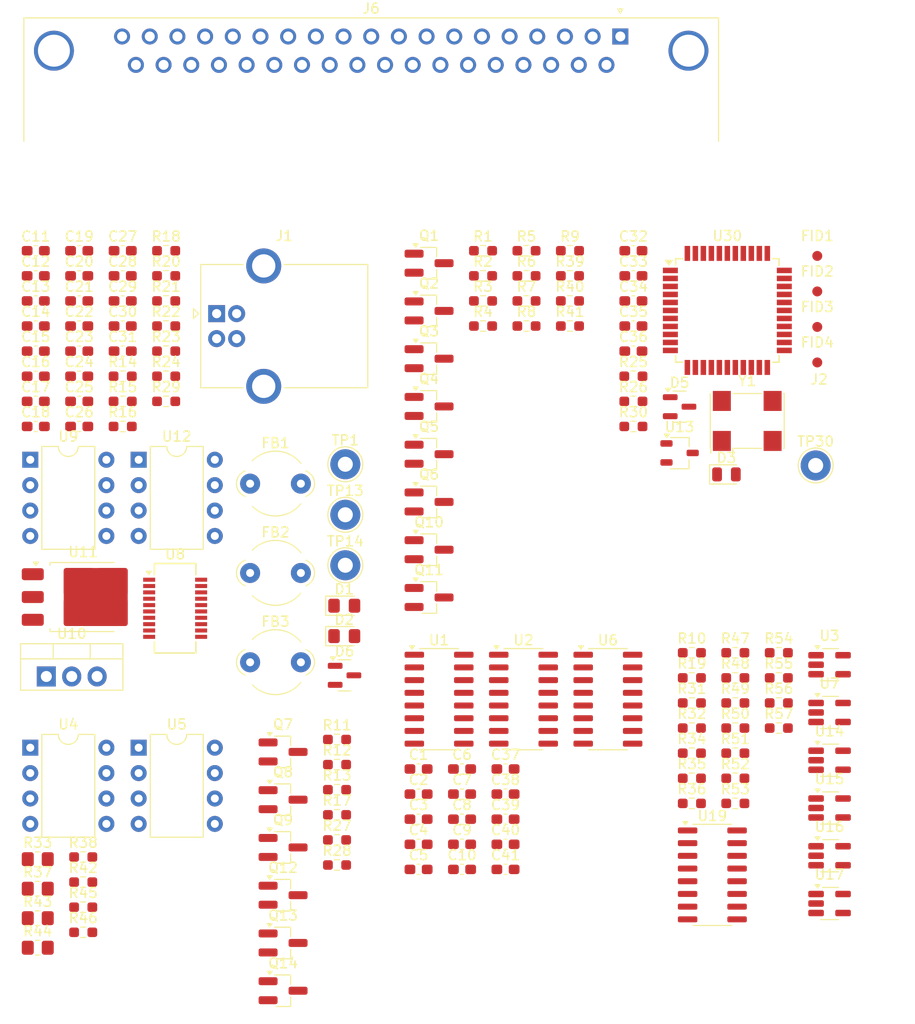
<source format=kicad_pcb>
(kicad_pcb (version 20240108) (generator "pcbnew") (generator_version "8.0")
  (layers (0 "F.Cu" signal) (31 "B.Cu" signal) (34 "B.Paste" user) (35 "F.Paste" user) (36 "B.SilkS" user "B.Silkscreen") (37 "F.SilkS" user "F.Silkscreen") (38 "B.Mask" user) (39 "F.Mask" user) (44 "Edge.Cuts" user))
  (net 0 "")
  (net 1 "Net-(U1-C1+)")
  (net 2 "Net-(U1-C1-)")
  (net 3 "Net-(U1-C2-)")
  (net 4 "Net-(U1-C2+)")
  (net 5 "Net-(U1-VS+)")
  (net 6 "GND")
  (net 7 "Net-(U1-VS-)")
  (net 8 "+3.3V")
  (net 9 "Net-(U2-C1+)")
  (net 10 "Net-(U2-C1-)")
  (net 11 "Net-(U2-C2+)")
  (net 12 "Net-(U2-C2-)")
  (net 13 "Net-(U2-VS-)")
  (net 14 "Net-(U2-VS+)")
  (net 15 "Net-(U8-VCC)")
  (net 16 "USB")
  (net 17 "Net-(U9-VCC)")
  (net 18 "Earth")
  (net 19 "Net-(C14-Pad1)")
  (net 20 "Net-(J1-VBUS)")
  (net 21 "Net-(C17-Pad1)")
  (net 22 "Net-(U10-VI)")
  (net 23 "Net-(D6-A)")
  (net 24 "Net-(D6-K)")
  (net 25 "Net-(C28-Pad1)")
  (net 26 "Net-(U12-VCC)")
  (net 27 "Net-(C33-Pad1)")
  (net 28 "Net-(C34-Pad1)")
  (net 29 "Net-(C35-Pad1)")
  (net 30 "Net-(C36-Pad1)")
  (net 31 "Net-(U6-C1-)")
  (net 32 "Net-(U6-C1+)")
  (net 33 "Net-(U6-C2-)")
  (net 34 "Net-(U6-C2+)")
  (net 35 "Net-(U6-VS-)")
  (net 36 "Net-(U6-VS+)")
  (net 37 "Net-(D1-K)")
  (net 38 "Net-(D1-A)")
  (net 39 "Net-(D2-K)")
  (net 40 "Net-(D2-A)")
  (net 41 "Net-(D3-A)")
  (net 42 "Net-(D5-K)")
  (net 43 "Net-(D5-A)")
  (net 46 "Net-(FB2-Pad1)")
  (net 48 "Net-(J1-D+)")
  (net 49 "Net-(J1-D-)")
  (net 51 "+24V")
  (net 52 "D_IN2_out")
  (net 53 "D_IN3_out")
  (net 54 "RX2_OUT_signal")
  (net 55 "RX1_OUT_signal")
  (net 56 "nfet_out4")
  (net 57 "hvout1_mboard")
  (net 58 "D_IN5_out")
  (net 59 "+5V")
  (net 60 "opto_output4")
  (net 61 "nfet_out6")
  (net 62 "nfet_out1")
  (net 63 "TX2_OUT_signal")
  (net 64 "hvout2_mboard")
  (net 65 "RS232_out3signal")
  (net 66 "D_IN4_out")
  (net 67 "opto_output2")
  (net 68 "opto_output3")
  (net 69 "TX1_OUT_signal")
  (net 70 "hvout4_mboard")
  (net 72 "nfet_out3")
  (net 73 "RS232_out1_signal")
  (net 74 "opto_output1")
  (net 75 "D_IN1_out")
  (net 76 "nfet_out5")
  (net 77 "nfet_out2")
  (net 78 "hvout3_mboard")
  (net 79 "D_IN6_out")
  (net 80 "Net-(Q1-D)")
  (net 81 "Net-(Q1-G)")
  (net 82 "Net-(Q2-G)")
  (net 83 "Net-(Q3-D)")
  (net 84 "Net-(Q3-G)")
  (net 85 "Net-(Q4-G)")
  (net 86 "Net-(Q5-D)")
  (net 87 "Net-(Q5-G)")
  (net 88 "Net-(Q6-G)")
  (net 89 "Net-(Q7-G)")
  (net 90 "Net-(Q8-G)")
  (net 91 "Net-(Q9-G)")
  (net 92 "Net-(Q10-D)")
  (net 93 "Net-(Q10-G)")
  (net 94 "Net-(Q11-G)")
  (net 95 "Net-(Q12-G)")
  (net 96 "Net-(Q13-G)")
  (net 97 "Net-(Q14-G)")
  (net 98 "hvcontrol1_microcontroller")
  (net 99 "hvcontrol2_microcontroller")
  (net 100 "hvcontrol3_microcontroller")
  (net 101 "Net-(R10-Pad1)")
  (net 102 "NFET_micro1")
  (net 103 "NFET_micro2")
  (net 104 "NFET_micro3")
  (net 107 "Net-(U9-C1)")
  (net 108 "Net-(U8-TXD)")
  (net 109 "NFET_micro4")
  (net 110 "Net-(U8-CBUS3)")
  (net 111 "Net-(U9-C2)")
  (net 112 "Net-(R19-Pad2)")
  (net 114 "/Power/RX1")
  (net 115 "/Power/RB1")
  (net 117 "Net-(U8-~{RESET})")
  (net 119 "Net-(U8-USBDP)")
  (net 120 "Net-(U8-USBDM)")
  (net 121 "Net-(U30-RD5{slash}P1B{slash}AN25)")
  (net 122 "Net-(Y1-EN)")
  (net 123 "NFET_micro5")
  (net 124 "NFET_micro6")
  (net 125 "Net-(U12-VO1)")
  (net 127 "Net-(R31-Pad2)")
  (net 128 "Net-(R32-Pad1)")
  (net 129 "Opto anode_1")
  (net 130 "Net-(U5-A1)")
  (net 131 "Net-(U19-1Y0)")
  (net 132 "Net-(R35-Pad2)")
  (net 133 "Net-(R36-Pad1)")
  (net 134 "Net-(U5-A2)")
  (net 135 "Opto anode_2")
  (net 136 "hvcontrol4_microcontroller")
  (net 137 "Net-(U4-A1)")
  (net 138 "Opto anode_3")
  (net 139 "Opto anode_4")
  (net 140 "Net-(U4-A2)")
  (net 141 "Net-(U19-1Y1)")
  (net 142 "Net-(U19-1Y2)")
  (net 143 "Net-(R49-Pad2)")
  (net 144 "Net-(R50-Pad1)")
  (net 145 "Net-(R51-Pad2)")
  (net 146 "Net-(R52-Pad1)")
  (net 147 "Net-(R53-Pad2)")
  (net 148 "Net-(R54-Pad1)")
  (net 149 "Net-(U19-1Y3)")
  (net 150 "Net-(U19-2Y0)")
  (net 151 "Net-(U19-2Y1)")
  (net 152 "RS232_in1_signal")
  (net 153 "RS232_TTL_out1_controller ")
  (net 154 "RS232_out2_signal")
  (net 155 "RS232_TTL_in2_controller")
  (net 156 "RS232_TTL_out2_controller")
  (net 157 "RS232_TTL_in1_controller")
  (net 158 "RS232_in2_signal")
  (net 159 "RS232_TTL_in3_controller")
  (net 160 "RS232_TTL_in4_controller")
  (net 161 "RS232_TTL_out4_controller")
  (net 162 "RS232_out4_signal")
  (net 163 "RS232_in3_signal")
  (net 164 "RS232_in4_signal")
  (net 165 "RS232_TTL_out3_controller ")
  (net 166 "RS232_out3_signal")
  (net 167 "D_IN1")
  (net 168 "Opto common3")
  (net 169 "Opto common4")
  (net 170 "Opto common1")
  (net 171 "Opto common2")
  (net 172 "RX_1_controller")
  (net 173 "TX_1_controller")
  (net 174 "RX_2_controller")
  (net 175 "TX_2_controller")
  (net 176 "D_IN4")
  (net 179 "Net-(U8-3V3OUT)")
  (net 192 "D_IN5")
  (net 193 "D_IN3")
  (net 194 "D_IN6")
  (net 195 "D_IN2")
  (net 203 "Net-(U30-OSC1{slash}CLKI{slash}RA7)")
  (net 204 "Net-(J2-Pin_5)")
  (net 232 "Net-(J2-Pin_4)")
  (footprint "Capacitor_SMD:C_0603_1608Metric_Pad1.08x0.95mm_HandSolder" (layer "F.Cu") (at 97.61 87.03)
    (property "Reference" "C24" (at 0 -1.43 0) (layer "F.SilkS"))
    (property "Value" "10uf")
    (pad "1" smd roundrect (at -0.8625 0) (size 1.075 0.95) (layers "F.Cu" "F.Paste" "F.Mask") (net 23 "Net-(D6-A)"))
    (pad "2" smd roundrect (at 0.8625 0) (size 1.075 0.95) (layers "F.Cu" "F.Paste" "F.Mask") (net 18 "Earth"))
  )
  (footprint "Package_TO_SOT_SMD:SOT-23_Handsoldering" (layer "F.Cu") (at 118.01 134.145)
    (property "Reference" "Q9" (at 0 -2.75 0) (layer "F.SilkS"))
    (property "Value" "BSS138")
    (pad "1" smd roundrect (at -1.5 -0.95) (size 1.9 0.8) (layers "F.Cu" "F.Paste" "F.Mask") (net 91 "Net-(Q9-G)"))
    (pad "2" smd roundrect (at -1.5 0.95) (size 1.9 0.8) (layers "F.Cu" "F.Paste" "F.Mask") (net 6 "GND"))
    (pad "3" smd roundrect (at 1.5 0) (size 1.9 0.8) (layers "F.Cu" "F.Paste" "F.Mask") (net 72 "nfet_out3"))
  )
  (footprint "Resistor_SMD:R_0603_1608Metric_Pad0.98x0.95mm_HandSolder" (layer "F.Cu") (at 146.72 79.5)
    (property "Reference" "R40" (at 0 -1.43 0) (layer "F.SilkS"))
    (property "Value" "10k")
    (pad "1" smd roundrect (at -0.9125 0) (size 0.975 0.95) (layers "F.Cu" "F.Paste" "F.Mask") (net 92 "Net-(Q10-D)"))
    (pad "2" smd roundrect (at 0.9125 0) (size 0.975 0.95) (layers "F.Cu" "F.Paste" "F.Mask") (net 94 "Net-(Q11-G)"))
  )
  (footprint "Capacitor_SMD:C_0603_1608Metric_Pad1.08x0.95mm_HandSolder" (layer "F.Cu") (at 93.26 74.48)
    (property "Reference" "C11" (at 0 -1.43 0) (layer "F.SilkS"))
    (property "Value" "10uf 50V")
    (pad "1" smd roundrect (at -0.8625 0) (size 1.075 0.95) (layers "F.Cu" "F.Paste" "F.Mask") (net 15 "Net-(U8-VCC)"))
    (pad "2" smd roundrect (at 0.8625 0) (size 1.075 0.95) (layers "F.Cu" "F.Paste" "F.Mask") (net 16 "USB"))
  )
  (footprint "Capacitor_SMD:C_0603_1608Metric_Pad1.08x0.95mm_HandSolder" (layer "F.Cu") (at 131.57 136.34)
    (property "Reference" "C5" (at 0 -1.43 0) (layer "F.SilkS"))
    (property "Value" "0.1uF")
    (pad "1" smd roundrect (at -0.8625 0) (size 1.075 0.95) (layers "F.Cu" "F.Paste" "F.Mask") (net 6 "GND"))
    (pad "2" smd roundrect (at 0.8625 0) (size 1.075 0.95) (layers "F.Cu" "F.Paste" "F.Mask") (net 8 "+3.3V"))
  )
  (footprint "Capacitor_SMD:C_0603_1608Metric_Pad1.08x0.95mm_HandSolder" (layer "F.Cu") (at 131.57 133.83)
    (property "Reference" "C4" (at 0 -1.43 0) (layer "F.SilkS"))
    (property "Value" "0.1uF")
    (pad "1" smd roundrect (at -0.8625 0) (size 1.075 0.95) (layers "F.Cu" "F.Paste" "F.Mask") (net 7 "Net-(U1-VS-)"))
    (pad "2" smd roundrect (at 0.8625 0) (size 1.075 0.95) (layers "F.Cu" "F.Paste" "F.Mask") (net 6 "GND"))
  )
  (footprint "Resistor_SMD:R_0603_1608Metric_Pad0.98x0.95mm_HandSolder" (layer "F.Cu") (at 123.41 135.9)
    (property "Reference" "R28" (at 0 -1.43 0) (layer "F.SilkS"))
    (property "Value" "1.5k")
    (pad "1" smd roundrect (at -0.9125 0) (size 0.975 0.95) (layers "F.Cu" "F.Paste" "F.Mask") (net 124 "NFET_micro6"))
    (pad "2" smd roundrect (at 0.9125 0) (size 0.975 0.95) (layers "F.Cu" "F.Paste" "F.Mask") (net 97 "Net-(Q14-G)"))
  )
  (footprint "Capacitor_SMD:C_0603_1608Metric_Pad1.08x0.95mm_HandSolder" (layer "F.Cu") (at 97.61 79.5)
    (property "Reference" "C21" (at 0 -1.43 0) (layer "F.SilkS"))
    (property "Value" "10uf_50V")
    (pad "1" smd roundrect (at -0.8625 0) (size 1.075 0.95) (layers "F.Cu" "F.Paste" "F.Mask") (net 22 "Net-(U10-VI)"))
    (pad "2" smd roundrect (at 0.8625 0) (size 1.075 0.95) (layers "F.Cu" "F.Paste" "F.Mask") (net 18 "Earth"))
  )
  (footprint "Resistor_SMD:R_0603_1608Metric_Pad0.98x0.95mm_HandSolder" (layer "F.Cu") (at 163.27 124.72)
    (property "Reference" "R51" (at 0 -1.43 0) (layer "F.SilkS"))
    (property "Value" "10k")
    (pad "1" smd roundrect (at -0.9125 0) (size 0.975 0.95) (layers "F.Cu" "F.Paste" "F.Mask") (net 59 "+5V"))
    (pad "2" smd roundrect (at 0.9125 0) (size 0.975 0.95) (layers "F.Cu" "F.Paste" "F.Mask") (net 145 "Net-(R51-Pad2)"))
  )
  (footprint "Package_DIP:DIP-8_W7.62mm" (layer "F.Cu") (at 92.71 95.38)
    (property "Reference" "U9" (at 3.81 -2.33 0) (layer "F.SilkS"))
    (property "Value" "HCPL-2630")
    (pad "1" thru_hole rect (at 0 0) (size 1.6 1.6) (drill 0.8) (layers "*.Cu" "*.Mask"))
    (pad "2" thru_hole oval (at 0 2.54) (size 1.6 1.6) (drill 0.8) (layers "*.Cu" "*.Mask") (net 107 "Net-(U9-C1)"))
    (pad "3" thru_hole oval (at 0 5.08) (size 1.6 1.6) (drill 0.8) (layers "*.Cu" "*.Mask") (net 111 "Net-(U9-C2)"))
    (pad "4" thru_hole oval (at 0 7.62) (size 1.6 1.6) (drill 0.8) (layers "*.Cu" "*.Mask"))
    (pad "5" thru_hole oval (at 7.62 7.62) (size 1.6 1.6) (drill 0.8) (layers "*.Cu" "*.Mask") (net 18 "Earth"))
    (pad "6" thru_hole oval (at 7.62 5.08) (size 1.6 1.6) (drill 0.8) (layers "*.Cu" "*.Mask") (net 115 "/Power/RB1"))
    (pad "7" thru_hole oval (at 7.62 2.54) (size 1.6 1.6) (drill 0.8) (layers "*.Cu" "*.Mask") (net 114 "/Power/RX1"))
    (pad "8" thru_hole oval (at 7.62 0) (size 1.6 1.6) (drill 0.8) (layers "*.Cu" "*.Mask") (net 17 "Net-(U9-VCC)"))
  )
  (footprint "LED_SMD:LED_0805_2012Metric" (layer "F.Cu") (at 162.38 96.845)
    (property "Reference" "D3" (at 0 -1.65 0) (layer "F.SilkS"))
    (property "Value" "LED")
    (pad "1" smd roundrect (at -0.9375 0) (size 0.975 1.4) (layers "F.Cu" "F.Paste" "F.Mask") (net 6 "GND"))
    (pad "2" smd roundrect (at 0.9375 0) (size 0.975 1.4) (layers "F.Cu" "F.Paste" "F.Mask") (net 41 "Net-(D3-A)"))
  )
  (footprint "Resistor_SMD:R_0603_1608Metric_Pad0.98x0.95mm_HandSolder" (layer "F.Cu") (at 138.02 76.99)
    (property "Reference" "R2" (at 0 -1.43 0) (layer "F.SilkS"))
    (property "Value" "10k")
    (pad "1" smd roundrect (at -0.9125 0) (size 0.975 0.95) (layers "F.Cu" "F.Paste" "F.Mask") (net 80 "Net-(Q1-D)"))
    (pad "2" smd roundrect (at 0.9125 0) (size 0.975 0.95) (layers "F.Cu" "F.Paste" "F.Mask") (net 82 "Net-(Q2-G)"))
  )
  (footprint "Capacitor_SMD:C_0603_1608Metric_Pad1.08x0.95mm_HandSolder" (layer "F.Cu") (at 93.26 79.5)
    (property "Reference" "C13" (at 0 -1.43 0) (layer "F.SilkS"))
    (property "Value" "0.1u")
    (pad "1" smd roundrect (at -0.8625 0) (size 1.075 0.95) (layers "F.Cu" "F.Paste" "F.Mask") (net 17 "Net-(U9-VCC)"))
    (pad "2" smd roundrect (at 0.8625 0) (size 1.075 0.95) (layers "F.Cu" "F.Paste" "F.Mask") (net 18 "Earth"))
  )
  (footprint "Connector_Dsub:DSUB-37_Female_Horizontal_P2.77x2.84mm_EdgePinOffset7.70mm_Housed_MountingHolesOffset9.12mm" (layer "F.Cu") (at 151.76 53.059338)
    (property "Reference" "J6" (at -24.93 -2.8 0) (layer "F.SilkS"))
    (property "Value" "DC37_Receptacle_MountingHoles")
    (pad "0" thru_hole circle (at -56.68 1.42) (size 4 4) (drill 3.2) (layers "*.Cu" "*.Mask") (net 6 "GND"))
    (pad "0" thru_hole circle (at 6.82 1.42) (size 4 4) (drill 3.2) (layers "*.Cu" "*.Mask") (net 6 "GND"))
    (pad "1" thru_hole rect (at 0 0) (size 1.6 1.6) (drill 1) (layers "*.Cu" "*.Mask") (net 8 "+3.3V"))
    (pad "2" thru_hole circle (at -2.77 0) (size 1.6 1.6) (drill 1) (layers "*.Cu" "*.Mask") (net 6 "GND"))
    (pad "3" thru_hole circle (at -5.54 0) (size 1.6 1.6) (drill 1) (layers "*.Cu" "*.Mask") (net 55 "RX1_OUT_signal"))
    (pad "4" thru_hole circle (at -8.31 0) (size 1.6 1.6) (drill 1) (layers "*.Cu" "*.Mask") (net 69 "TX1_OUT_signal"))
    (pad "5" thru_hole circle (at -11.08 0) (size 1.6 1.6) (drill 1) (layers "*.Cu" "*.Mask") (net 52 "D_IN2_out"))
    (pad "6" thru_hole circle (at -13.85 0) (size 1.6 1.6) (drill 1) (layers "*.Cu" "*.Mask") (net 66 "D_IN4_out"))
    (pad "7" thru_hole circle (at -16.62 0) (size 1.6 1.6) (drill 1) (layers "*.Cu" "*.Mask") (net 79 "D_IN6_out"))
    (pad "8" thru_hole circle (at -19.39 0) (size 1.6 1.6) (drill 1) (layers "*.Cu" "*.Mask") (net 73 "RS232_out1_signal"))
    (pad "9" thru_hole circle (at -22.16 0) (size 1.6 1.6) (drill 1) (layers "*.Cu" "*.Mask") (net 77 "nfet_out2"))
    (pad "10" thru_hole circle (at -24.93 0) (size 1.6 1.6) (drill 1) (layers "*.Cu" "*.Mask") (net 56 "nfet_out4"))
    (pad "11" thru_hole circle (at -27.7 0) (size 1.6 1.6) (drill 1) (layers "*.Cu" "*.Mask") (net 61 "nfet_out6"))
    (pad "12" thru_hole circle (at -30.47 0) (size 1.6 1.6) (drill 1) (layers "*.Cu" "*.Mask") (net 68 "opto_output3"))
    (pad "13" thru_hole circle (at -33.24 0) (size 1.6 1.6) (drill 1) (layers "*.Cu" "*.Mask") (net 74 "opto_output1"))
    (pad "14" thru_hole circle (at -36.01 0) (size 1.6 1.6) (drill 1) (layers "*.Cu" "*.Mask") (net 51 "+24V"))
    (pad "15" thru_hole circle (at -38.78 0) (size 1.6 1.6) (drill 1) (layers "*.Cu" "*.Mask") (net 6 "GND"))
    (pad "16" thru_hole circle (at -41.55 0) (size 1.6 1.6) (drill 1) (layers "*.Cu" "*.Mask") (net 57 "hvout1_mboard"))
    (pad "17" thru_hole circle (at -44.32 0) (size 1.6 1.6) (drill 1) (layers "*.Cu" "*.Mask") (net 78 "hvout3_mboard"))
    (pad "18" thru_hole circle (at -47.09 0) (size 1.6 1.6) (drill 1) (layers "*.Cu" "*.Mask") (net 59 "+5V"))
    (pad "19" thru_hole circle (at -49.86 0) (size 1.6 1.6) (drill 1) (layers "*.Cu" "*.Mask"))
    (pad "20" thru_hole circle (at -1.385 2.84) (size 1.6 1.6) (drill 1) (layers "*.Cu" "*.Mask") (net 6 "GND"))
    (pad "21" thru_hole circle (at -4.155 2.84) (size 1.6 1.6) (drill 1) (layers "*.Cu" "*.Mask") (net 54 "RX2_OUT_signal"))
    (pad "22" thru_hole circle (at -6.925 2.84) (size 1.6 1.6) (drill 1) (layers "*.Cu" "*.Mask") (net 63 "TX2_OUT_signal"))
    (pad "23" thru_hole circle (at -9.695 2.84) (size 1.6 1.6) (drill 1) (layers "*.Cu" "*.Mask") (net 75 "D_IN1_out"))
    (pad "24" thru_hole circle (at -12.465 2.84) (size 1.6 1.6) (drill 1) (layers "*.Cu" "*.Mask") (net 53 "D_IN3_out"))
    (pad "25" thru_hole circle (at -15.235 2.84) (size 1.6 1.6) (drill 1) (layers "*.Cu" "*.Mask") (net 58 "D_IN5_out"))
    (pad "26" thru_hole circle (at -18.005 2.84) (size 1.6 1.6) (drill 1) (layers "*.Cu" "*.Mask") (net 65 "RS232_out3signal"))
    (pad "27" thru_hole circle (at -20.775 2.84) (size 1.6 1.6) (drill 1) (layers "*.Cu" "*.Mask") (net 62 "nfet_out1"))
    (pad "28" thru_hole circle (at -23.545 2.84) (size 1.6 1.6) (drill 1) (layers "*.Cu" "*.Mask") (net 72 "nfet_out3"))
    (pad "29" thru_hole circle (at -26.315 2.84) (size 1.6 1.6) (drill 1) (layers "*.Cu" "*.Mask") (net 76 "nfet_out5"))
    (pad "30" thru_hole circle (at -29.085 2.84) (size 1.6 1.6) (drill 1) (layers "*.Cu" "*.Mask") (net 60 "opto_output4"))
    (pad "31" thru_hole circle (at -31.855 2.84) (size 1.6 1.6) (drill 1) (layers "*.Cu" "*.Mask") (net 67 "opto_output2"))
    (pad "32" thru_hole circle (at -34.625 2.84) (size 1.6 1.6) (drill 1) (layers "*.Cu" "*.Mask") (net 51 "+24V"))
    (pad "33" thru_hole circle (at -37.395 2.84) (size 1.6 1.6) (drill 1) (layers "*.Cu" "*.Mask") (net 6 "GND"))
    (pad "34" thru_hole circle (at -40.165 2.84) (size 1.6 1.6) (drill 1) (layers "*.Cu" "*.Mask") (net 59 "+5V"))
    (pad "35" thru_hole circle (at -42.935 2.84) (size 1.6 1.6) (drill 1) (layers "*.Cu" "*.Mask") (net 64 "hvout2_mboard"))
    (pad "36" thru_hole circle (at -45.705 2.84) (size 1.6 1.6) (drill 1) (layers "*.Cu" "*.Mask") (net 70 "hvout4_mboard"))
    (pad "37" thru_hole circle (at -48.475 2.84) (size 1.6 1.6) (drill 1) (layers "*.Cu" "*.Mask"))
  )
  (footprint "Capacitor_SMD:C_0603_1608Metric_Pad1.08x0.95mm_HandSolder" (layer "F.Cu") (at 97.61 74.48)
    (property "Reference" "C19" (at 0 -1.43 0) (layer "F.SilkS"))
    (property "Value" "10uf_50V")
    (pad "1" smd roundrect (at -0.8625 0) (size 1.075 0.95) (layers "F.Cu" "F.Paste" "F.Mask") (net 21 "Net-(C17-Pad1)"))
    (pad "2" smd roundrect (at 0.8625 0) (size 1.075 0.95) (layers "F.Cu" "F.Paste" "F.Mask") (net 18 "Earth"))
  )
  (footprint "Package_TO_SOT_SMD:SOT-23-5_HandSoldering" (layer "F.Cu") (at 172.7 139.75)
    (property "Reference" "U17" (at 0 -2.9 0) (layer "F.SilkS"))
    (property "Value" "74AHCT1G126")
    (pad "1" smd roundrect (at -1.35 -0.95) (size 1.56 0.65) (layers "F.Cu" "F.Paste" "F.Mask") (net 132 "Net-(R35-Pad2)"))
    (pad "2" smd roundrect (at -1.35 0) (size 1.56 0.65) (layers "F.Cu" "F.Paste" "F.Mask") (net 195 "D_IN2"))
    (pad "3" smd roundrect (at -1.35 0.95) (size 1.56 0.65) (layers "F.Cu" "F.Paste" "F.Mask") (net 6 "GND"))
    (pad "4" smd roundrect (at 1.35 0.95) (size 1.56 0.65) (layers "F.Cu" "F.Paste" "F.Mask") (net 133 "Net-(R36-Pad1)"))
    (pad "5" smd roundrect (at 1.35 -0.95) (size 1.56 0.65) (layers "F.Cu" "F.Paste" "F.Mask") (net 59 "+5V"))
  )
  (footprint "Capacitor_SMD:C_0603_1608Metric_Pad1.08x0.95mm_HandSolder" (layer "F.Cu") (at 101.96 82.01)
    (property "Reference" "C30" (at 0 -1.43 0) (layer "F.SilkS"))
    (property "Value" "0.1uf")
    (pad "1" smd roundrect (at -0.8625 0) (size 1.075 0.95) (layers "F.Cu" "F.Paste" "F.Mask") (net 25 "Net-(C28-Pad1)"))
    (pad "2" smd roundrect (at 0.8625 0) (size 1.075 0.95) (layers "F.Cu" "F.Paste" "F.Mask") (net 16 "USB"))
  )
  (footprint "Resistor_SMD:R_0603_1608Metric_Pad0.98x0.95mm_HandSolder" (layer "F.Cu") (at 158.92 117.19)
    (property "Reference" "R19" (at 0 -1.43 0) (layer "F.SilkS"))
    (property "Value" "10k")
    (pad "1" smd roundrect (at -0.9125 0) (size 0.975 0.95) (layers "F.Cu" "F.Paste" "F.Mask") (net 59 "+5V"))
    (pad "2" smd roundrect (at 0.9125 0) (size 0.975 0.95) (layers "F.Cu" "F.Paste" "F.Mask") (net 112 "Net-(R19-Pad2)"))
  )
  (footprint "Capacitor_SMD:C_0603_1608Metric_Pad1.08x0.95mm_HandSolder" (layer "F.Cu") (at 153.07 79.5)
    (property "Reference" "C34" (at 0 -1.43 0) (layer "F.SilkS"))
    (property "Value" "0.1u")
    (pad "1" smd roundrect (at -0.8625 0) (size 1.075 0.95) (layers "F.Cu" "F.Paste" "F.Mask") (net 28 "Net-(C34-Pad1)"))
    (pad "2" smd roundrect (at 0.8625 0) (size 1.075 0.95) (layers "F.Cu" "F.Paste" "F.Mask") (net 6 "GND"))
  )
  (footprint "Capacitor_SMD:C_0603_1608Metric_Pad1.08x0.95mm_HandSolder" (layer "F.Cu") (at 135.92 128.81)
    (property "Reference" "C7" (at 0 -1.43 0) (layer "F.SilkS"))
    (property "Value" "0.1uF")
    (pad "1" smd roundrect (at -0.8625 0) (size 1.075 0.95) (layers "F.Cu" "F.Paste" "F.Mask") (net 6 "GND"))
    (pad "2" smd roundrect (at 0.8625 0) (size 1.075 0.95) (layers "F.Cu" "F.Paste" "F.Mask") (net 8 "+3.3V"))
  )
  (footprint "Ferrite_THT:LairdTech_28C0236-0JW-10" (layer "F.Cu") (at 114.712832 97.77)
    (property "Reference" "FB1" (at 2.54 -4.064 0) (layer "F.SilkS"))
    (property "Value" "FerriteBead")
    (pad "1" thru_hole circle (at 0 0) (size 2 2) (drill 0.8) (layers "*.Cu" "*.Mask") (net 20 "Net-(J1-VBUS)"))
    (pad "2" thru_hole circle (at 5.08 0) (size 2 2) (drill 0.8) (layers "*.Cu" "*.Mask") (net 15 "Net-(U8-VCC)"))
  )
  (footprint "Capacitor_SMD:C_0603_1608Metric_Pad1.08x0.95mm_HandSolder" (layer "F.Cu") (at 135.92 136.34)
    (property "Reference" "C10" (at 0 -1.43 0) (layer "F.SilkS"))
    (property "Value" "0.1uF")
    (pad "1" smd roundrect (at -0.8625 0) (size 1.075 0.95) (layers "F.Cu" "F.Paste" "F.Mask") (net 14 "Net-(U2-VS+)"))
    (pad "2" smd roundrect (at 0.8625 0) (size 1.075 0.95) (layers "F.Cu" "F.Paste" "F.Mask") (net 6 "GND"))
  )
  (footprint "Capacitor_SMD:C_0603_1608Metric_Pad1.08x0.95mm_HandSolder" (layer "F.Cu") (at 97.61 82.01)
    (property "Reference" "C22" (at 0 -1.43 0) (layer "F.SilkS"))
    (property "Value" "10uf")
    (pad "1" smd roundrect (at -0.8625 0) (size 1.075 0.95) (layers "F.Cu" "F.Paste" "F.Mask") (net 23 "Net-(D6-A)"))
    (pad "2" smd roundrect (at 0.8625 0) (size 1.075 0.95) (layers "F.Cu" "F.Paste" "F.Mask") (net 18 "Earth"))
  )
  (footprint "Package_TO_SOT_SMD:SOT-23" (layer "F.Cu") (at 157.69 90.075)
    (property "Reference" "D5" (at 0 -2.4 0) (layer "F.SilkS"))
    (property "Value" "PMEG4010ET")
    (pad "1" smd roundrect (at -0.9375 -0.95) (size 1.475 0.6) (layers "F.Cu" "F.Paste" "F.Mask") (net 43 "Net-(D5-A)"))
    (pad "2" smd roundrect (at -0.9375 0.95) (size 1.475 0.6) (layers "F.Cu" "F.Paste" "F.Mask"))
    (pad "3" smd roundrect (at 0.9375 0) (size 1.475 0.6) (layers "F.Cu" "F.Paste" "F.Mask") (net 42 "Net-(D5-K)"))
  )
  (footprint "Resistor_SMD:R_0603_1608Metric_Pad0.98x0.95mm_HandSolder" (layer "F.Cu") (at 106.31 87.03)
    (property "Reference" "R24" (at 0 -1.43 0) (layer "F.SilkS"))
    (property "Value" "27")
    (pad "1" smd roundrect (at -0.9125 0) (size 0.975 0.95) (layers "F.Cu" "F.Paste" "F.Mask") (net 120 "Net-(U8-USBDM)"))
    (pad "2" smd roundrect (at 0.9125 0) (size 0.975 0.95) (layers "F.Cu" "F.Paste" "F.Mask") (net 49 "Net-(J1-D-)"))
  )
  (footprint "Package_TO_SOT_SMD:SOT-23_Handsoldering" (layer "F.Cu") (at 118.01 143.695)
    (property "Reference" "Q13" (at 0 -2.75 0) (layer "F.SilkS"))
    (property "Value" "BSS138")
    (pad "1" smd roundrect (at -1.5 -0.95) (size 1.9 0.8) (layers "F.Cu" "F.Paste" "F.Mask") (net 96 "Net-(Q13-G)"))
    (pad "2" smd roundrect (at -1.5 0.95) (size 1.9 0.8) (layers "F.Cu" "F.Paste" "F.Mask") (net 6 "GND"))
    (pad "3" smd roundrect (at 1.5 0) (size 1.9 0.8) (layers "F.Cu" "F.Paste" "F.Mask") (net 56 "nfet_out4"))
  )
  (footprint "Package_DIP:DIP-8_W7.62mm" (layer "F.Cu") (at 92.71 124.17)
    (property "Reference" "U4" (at 3.81 -2.33 0) (layer "F.SilkS"))
    (property "Value" "HCPL-2630")
    (pad "1" thru_hole rect (at 0 0) (size 1.6 1.6) (drill 0.8) (layers "*.Cu" "*.Mask") (net 137 "Net-(U4-A1)"))
    (pad "2" thru_hole oval (at 0 2.54) (size 1.6 1.6) (drill 0.8) (layers "*.Cu" "*.Mask") (net 168 "Opto common3"))
    (pad "3" thru_hole oval (at 0 5.08) (size 1.6 1.6) (drill 0.8) (layers "*.Cu" "*.Mask") (net 169 "Opto common4"))
    (pad "4" thru_hole oval (at 0 7.62) (size 1.6 1.6) (drill 0.8) (layers "*.Cu" "*.Mask") (net 140 "Net-(U4-A2)"))
    (pad "5" thru_hole oval (at 7.62 7.62) (size 1.6 1.6) (drill 0.8) (layers "*.Cu" "*.Mask") (net 6 "GND"))
    (pad "6" thru_hole oval (at 7.62 5.08) (size 1.6 1.6) (drill 0.8) (layers "*.Cu" "*.Mask") (net 60 "opto_output4"))
    (pad "7" thru_hole oval (at 7.62 2.54) (size 1.6 1.6) (drill 0.8) (layers "*.Cu" "*.Mask") (net 68 "opto_output3"))
    (pad "8" thru_hole oval (at 7.62 0) (size 1.6 1.6) (drill 0.8) (layers "*.Cu" "*.Mask") (net 59 "+5V"))
  )
  (footprint "Capacitor_SMD:C_0603_1608Metric_Pad1.08x0.95mm_HandSolder" (layer "F.Cu") (at 135.92 131.32)
    (property "Reference" "C8" (at 0 -1.43 0) (layer "F.SilkS"))
    (property "Value" "0.1uF")
    (pad "1" smd roundrect (at -0.8625 0) (size 1.075 0.95) (layers "F.Cu" "F.Paste" "F.Mask") (net 11 "Net-(U2-C2+)"))
    (pad "2" smd roundrect (at 0.8625 0) (size 1.075 0.95) (layers "F.Cu" "F.Paste" "F.Mask") (net 12 "Net-(U2-C2-)"))
  )
  (footprint "Capacitor_SMD:C_0603_1608Metric_Pad1.08x0.95mm_HandSolder" (layer "F.Cu") (at 97.61 84.52)
    (property "Reference" "C23" (at 0 -1.43 0) (layer "F.SilkS"))
    (property "Value" "0.1uf")
    (pad "1" smd roundrect (at -0.8625 0) (size 1.075 0.95) (layers "F.Cu" "F.Paste" "F.Mask") (net 23 "Net-(D6-A)"))
    (pad "2" smd roundrect (at 0.8625 0) (size 1.075 0.95) (layers "F.Cu" "F.Paste" "F.Mask") (net 18 "Earth"))
  )
  (footprint "Package_TO_SOT_SMD:SOT-23_Handsoldering" (layer "F.Cu") (at 132.62 99.6)
    (property "Reference" "Q6" (at 0 -2.75 0) (layer "F.SilkS"))
    (property "Value" "Q_PMOS_GSD")
    (pad "1" smd roundrect (at -1.5 -0.95) (size 1.9 0.8) (layers "F.Cu" "F.Paste" "F.Mask") (net 88 "Net-(Q6-G)"))
    (pad "2" smd roundrect (at -1.5 0.95) (size 1.9 0.8) (layers "F.Cu" "F.Paste" "F.Mask") (net 51 "+24V"))
    (pad "3" smd roundrect (at 1.5 0) (size 1.9 0.8) (layers "F.Cu" "F.Paste" "F.Mask") (net 78 "hvout3_mboard"))
  )
  (footprint "Resistor_SMD:R_0603_1608Metric_Pad0.98x0.95mm_HandSolder" (layer "F.Cu") (at 158.92 129.74)
    (property "Reference" "R36" (at 0 -1.43 0) (layer "F.SilkS"))
    (property "Value" "100")
    (pad "1" smd roundrect (at -0.9125 0) (size 0.975 0.95) (layers "F.Cu" "F.Paste" "F.Mask") (net 133 "Net-(R36-Pad1)"))
    (pad "2" smd roundrect (at 0.9125 0) (size 0.975 0.95) (layers "F.Cu" "F.Paste" "F.Mask") (net 52 "D_IN2_out"))
  )
  (footprint "Capacitor_SMD:C_0603_1608Metric_Pad1.08x0.95mm_HandSolder" (layer "F.Cu") (at 97.61 89.54)
    (property "Reference" "C25" (at 0 -1.43 0) (layer "F.SilkS"))
    (property "Value" "0.1uf")
    (pad "1" smd roundrect (at -0.8625 0) (size 1.075 0.95) (layers "F.Cu" "F.Paste" "F.Mask") (net 24 "Net-(D6-K)"))
    (pad "2" smd roundrect (at 0.8625 0) (size 1.075 0.95) (layers "F.Cu" "F.Paste" "F.Mask") (net 18 "Earth"))
  )
  (footprint "Resistor_SMD:R_0603_1608Metric_Pad0.98x0.95mm_HandSolder" (layer "F.Cu") (at 98.01 135.1)
    (property "Reference" "R38" (at 0 -1.43 0) (layer "F.SilkS"))
    (property "Value" "10k")
    (pad "1" smd roundrect (at -0.9125 0) (size 0.975 0.95) (layers "F.Cu" "F.Paste" "F.Mask") (net 8 "+3.3V"))
    (pad "2" smd roundrect (at 0.9125 0) (size 0.975 0.95) (layers "F.Cu" "F.Paste" "F.Mask") (net 74 "opto_output1"))
  )
  (footprint "Capacitor_SMD:C_0603_1608Metric_Pad1.08x0.95mm_HandSolder" (layer "F.Cu") (at 101.96 74.48)
    (property "Reference" "C27" (at 0 -1.43 0) (layer "F.SilkS"))
    (property "Value" "22uF")
    (pad "1" smd roundrect (at -0.8625 0) (size 1.075 0.95) (layers "F.Cu" "F.Paste" "F.Mask") (net 24 "Net-(D6-K)"))
    (pad "2" smd roundrect (at 0.8625 0) (size 1.075 0.95) (layers "F.Cu" "F.Paste" "F.Mask") (net 18 "Earth"))
  )
  (footprint "Resistor_SMD:R_0805_2012Metric_Pad1.20x1.40mm_HandSolder" (layer "F.Cu") (at 93.46 141.22)
    (property "Reference" "R43" (at 0 -1.65 0) (layer "F.SilkS"))
    (property "Value" "1.5k")
    (pad "1" smd roundrect (at -1 0) (size 1.2 1.4) (layers "F.Cu" "F.Paste" "F.Mask") (roundrect_rratio 0.208333) (net 138 "Opto anode_3"))
    (pad "2" smd roundrect (at 1 0) (size 1.2 1.4) (layers "F.Cu" "F.Paste" "F.Mask") (roundrect_rratio 0.208333) (net 137 "Net-(U4-A1)"))
  )
  (footprint "Package_SO:SOIC-16_3.9x9.9mm_P1.27mm" (layer "F.Cu") (at 142.07 119.32)
    (property "Reference" "U2" (at 0 -5.9 0) (layer "F.SilkS"))
    (property "Value" "ICL3232")
    (pad "1" smd roundrect (at -2.475 -4.445) (size 1.95 0.6) (layers "F.Cu" "F.Paste" "F.Mask") (net 9 "Net-(U2-C1+)"))
    (pad "2" smd roundrect (at -2.475 -3.175) (size 1.95 0.6) (layers "F.Cu" "F.Paste" "F.Mask") (net 14 "Net-(U2-VS+)"))
    (pad "3" smd roundrect (at -2.475 -1.905) (size 1.95 0.6) (layers "F.Cu" "F.Paste" "F.Mask") (net 10 "Net-(U2-C1-)"))
    (pad "4" smd roundrect (at -2.475 -0.635) (size 1.95 0.6) (layers "F.Cu" "F.Paste" "F.Mask") (net 11 "Net-(U2-C2+)"))
    (pad "5" smd roundrect (at -2.475 0.635) (size 1.95 0.6) (layers "F.Cu" "F.Paste" "F.Mask") (net 12 "Net-(U2-C2-)"))
    (pad "6" smd roundrect (at -2.475 1.905) (size 1.95 0.6) (layers "F.Cu" "F.Paste" "F.Mask") (net 13 "Net-(U2-VS-)"))
    (pad "7" smd roundrect (at -2.475 3.175) (size 1.95 0.6) (layers "F.Cu" "F.Paste" "F.Mask") (net 162 "RS232_out4_signal"))
    (pad "8" smd roundrect (at -2.475 4.445) (size 1.95 0.6) (layers "F.Cu" "F.Paste" "F.Mask") (net 164 "RS232_in4_signal"))
    (pad "9" smd roundrect (at 2.475 4.445) (size 1.95 0.6) (layers "F.Cu" "F.Paste" "F.Mask") (net 160 "RS232_TTL_in4_controller"))
    (pad "10" smd roundrect (at 2.475 3.175) (size 1.95 0.6) (layers "F.Cu" "F.Paste" "F.Mask") (net 161 "RS232_TTL_out4_controller"))
    (pad "11" smd roundrect (at 2.475 1.905) (size 1.95 0.6) (layers "F.Cu" "F.Paste" "F.Mask") (net 165 "RS232_TTL_out3_controller "))
    (pad "12" smd roundrect (at 2.475 0.635) (size 1.95 0.6) (layers "F.Cu" "F.Paste" "F.Mask") (net 159 "RS232_TTL_in3_controller"))
    (pad "13" smd roundrect (at 2.475 -0.635) (size 1.95 0.6) (layers "F.Cu" "F.Paste" "F.Mask") (net 163 "RS232_in3_signal"))
    (pad "14" smd roundrect (at 2.475 -1.905) (size 1.95 0.6) (layers "F.Cu" "F.Paste" "F.Mask") (net 166 "RS232_out3_signal"))
    (pad "15" smd roundrect (at 2.475 -3.175) (size 1.95 0.6) (layers "F.Cu" "F.Paste" "F.Mask") (net 6 "GND"))
    (pad "16" smd roundrect (at 2.475 -4.445) (size 1.95 0.6) (layers "F.Cu" "F.Paste" "F.Mask") (net 8 "+3.3V"))
  )
  (footprint "Capacitor_SMD:C_0603_1608Metric_Pad1.08x0.95mm_HandSolder" (layer "F.Cu") (at 135.92 133.83)
    (property "Reference" "C9" (at 0 -1.43 0) (layer "F.SilkS"))
    (property "Value" "0.1uF")
    (pad "1" smd roundrect (at -0.8625 0) (size 1.075 0.95) (layers "F.Cu" "F.Paste" "F.Mask") (net 13 "Net-(U2-VS-)"))
    (pad "2" smd roundrect (at 0.8625 0) (size 1.075 0.95) (layers "F.Cu" "F.Paste" "F.Mask") (net 6 "GND"))
  )
  (footprint "Resistor_SMD:R_0603_1608Metric_Pad0.98x0.95mm_HandSolder" (layer "F.Cu") (at 101.96 92.05)
    (property "Reference" "R16" (at 0 -1.43 0) (layer "F.SilkS"))
    (property "Value" "180")
    (pad "1" smd roundrect (at -0.9125 0) (size 0.975 0.95) (layers "F.Cu" "F.Paste" "F.Mask") (net 108 "Net-(U8-TXD)"))
    (pad "2" smd roundrect (at 0.9125 0) (size 0.975 0.95) (layers "F.Cu" "F.Paste" "F.Mask") (net 107 "Net-(U9-C1)"))
  )
  (footprint "Capacitor_SMD:C_0603_1608Metric_Pad1.08x0.95mm_HandSolder" (layer "F.Cu") (at 131.57 131.32)
    (property "Reference" "C3" (at 0 -1.43 0) (layer "F.SilkS"))
    (property "Value" "0.1uF")
    (pad "1" smd roundrect (at -0.8625 0) (size 1.075 0.95) (layers "F.Cu" "F.Paste" "F.Mask") (net 5 "Net-(U1-VS+)"))
    (pad "2" smd roundrect (at 0.8625 0) (size 1.075 0.95) (layers "F.Cu" "F.Paste" "F.Mask") (net 6 "GND"))
  )
  (footprint "Package_TO_SOT_SMD:SOT-23_Handsoldering" (layer "F.Cu") (at 132.62 85.275)
    (property "Reference" "Q3" (at 0 -2.75 0) (layer "F.SilkS"))
    (property "Value" "BSS138")
    (pad "1" smd roundrect (at -1.5 -0.95) (size 1.9 0.8) (layers "F.Cu" "F.Paste" "F.Mask") (net 84 "Net-(Q3-G)"))
    (pad "2" smd roundrect (at -1.5 0.95) (size 1.9 0.8) (layers "F.Cu" "F.Paste" "F.Mask") (net 6 "GND"))
    (pad "3" smd roundrect (at 1.5 0) (size 1.9 0.8) (layers "F.Cu" "F.Paste" "F.Mask") (net 83 "Net-(Q3-D)"))
  )
  (footprint "TestPoint:TestPoint_THTPad_D3.0mm_Drill1.5mm" (layer "F.Cu") (at 124.24 100.88)
    (property "Reference" "TP13" (at 0 -2.398 0) (layer "F.SilkS"))
    (property "Value" "TestPoint")
    (pad "1" thru_hole circle (at 0 0) (size 3 3) (drill 1.5) (layers "*.Cu" "*.Mask") (net 23 "Net-(D6-A)"))
  )
  (footprint "Capacitor_SMD:C_0603_1608Metric_Pad1.08x0.95mm_HandSolder" (layer "F.Cu") (at 97.61 76.99)
    (property "Reference" "C20" (at 0 -1.43 0) (layer "F.SilkS"))
    (property "Value" "0.1uf")
    (pad "1" smd roundrect (at -0.8625 0) (size 1.075 0.95) (layers "F.Cu" "F.Paste" "F.Mask") (net 22 "Net-(U10-VI)"))
    (pad "2" smd roundrect (at 0.8625 0) (size 1.075 0.95) (layers "F.Cu" "F.Paste" "F.Mask") (net 18 "Earth"))
  )
  (footprint "Package_SO:SOIC-16_3.9x9.9mm_P1.27mm" (layer "F.Cu") (at 150.52 119.32)
    (property "Reference" "U6" (at 0 -5.9 0) (layer "F.SilkS"))
    (property "Value" "ICL3232")
    (pad "1" smd roundrect (at -2.475 -4.445) (size 1.95 0.6) (layers "F.Cu" "F.Paste" "F.Mask") (net 32 "Net-(U6-C1+)"))
    (pad "2" smd roundrect (at -2.475 -3.175) (size 1.95 0.6) (layers "F.Cu" "F.Paste" "F.Mask") (net 36 "Net-(U6-VS+)"))
    (pad "3" smd roundrect (at -2.475 -1.905) (size 1.95 0.6) (layers "F.Cu" "F.Paste" "F.Mask") (net 31 "Net-(U6-C1-)"))
    (pad "4" smd roundrect (at -2.475 -0.635) (size 1.95 0.6) (layers "F.Cu" "F.Paste" "F.Mask") (net 34 "Net-(U6-C2+)"))
    (pad "5" smd roundrect (at -2.475 0.635) (size 1.95 0.6) (layers "F.Cu" "F.Paste" "F.Mask") (net 33 "Net-(U6-C2-)"))
    (pad "6" smd roundrect (at -2.475 1.905) (size 1.95 0.6) (layers "F.Cu" "F.Paste" "F.Mask") (net 35 "Net-(U6-VS-)"))
    (pad "7" smd roundrect (at -2.475 3.175) (size 1.95 0.6) (layers "F.Cu" "F.Paste" "F.Mask") (net 63 "TX2_OUT_signal"))
    (pad "8" smd roundrect (at -2.475 4.445) (size 1.95 0.6) (layers "F.Cu" "F.Paste" "F.Mask") (net 54 "RX2_OUT_signal"))
    (pad "9" smd roundrect (at 2.475 4.445) (size 1.95 0.6) (layers "F.Cu" "F.Paste" "F.Mask") (net 174 "RX_2_controller"))
    (pad "10" smd roundrect (at 2.475 3.175) (size 1.95 0.6) (layers "F.Cu" "F.Paste" "F.Mask") (net 175 "TX_2_controller"))
    (pad "11" smd roundrect (at 2.475 1.905) (size 1.95 0.6) (layers "F.Cu" "F.Paste" "F.Mask") (net 173 "TX_1_controller"))
    (pad "12" smd roundrect (at 2.475 0.635) (size 1.95 0.6) (layers "F.Cu" "F.Paste" "F.Mask") (net 172 "RX_1_controller"))
    (pad "13" smd roundrect (at 2.475 -0.635) (size 1.95 0.6) (layers "F.Cu" "F.Paste" "F.Mask") (net 55 "RX1_OUT_signal"))
    (pad "14" smd roundrect (at 2.475 -1.905) (size 1.95 0.6) (layers "F.Cu" "F.Paste" "F.Mask") (net 69 "TX1_OUT_signal"))
    (pad "15" smd roundrect (at 2.475 -3.175) (size 1.95 0.6) (layers "F.Cu" "F.Paste" "F.Mask") (net 6 "GND"))
    (pad "16" smd roundrect (at 2.475 -4.445) (size 1.95 0.6) (layers "F.Cu" "F.Paste" "F.Mask") (net 8 "+3.3V"))
  )
  (footprint "Package_TO_SOT_SMD:SOT-23_Handsoldering" (layer "F.Cu") (at 132.62 109.15)
    (property "Reference" "Q11" (at 0 -2.75 0) (layer "F.SilkS"))
    (property "Value" "Q_PMOS_GSD")
    (pad "1" smd roundrect (at -1.5 -0.95) (size 1.9 0.8) (layers "F.Cu" "F.Paste" "F.Mask") (net 94 "Net-(Q11-G)"))
    (pad "2" smd roundrect (at -1.5 0.95) (size 1.9 0.8) (layers "F.Cu" "F.Paste" "F.Mask") (net 51 "+24V"))
    (pad "3" smd roundrect (at 1.5 0) (size 1.9 0.8) (layers "F.Cu" "F.Paste" "F.Mask") (net 70 "hvout4_mboard"))
  )
  (footprint "Resistor_SMD:R_0603_1608Metric_Pad0.98x0.95mm_HandSolder" (layer "F.Cu") (at 142.37 82.01)
    (property "Reference" "R8" (at 0 -1.43 0) (layer "F.SilkS"))
    (property "Value" "10k")
    (pad "1" smd roundrect (at -0.9125 0) (size 0.975 0.95) (layers "F.Cu" "F.Paste" "F.Mask") (net 51 "+24V"))
    (pad "2" smd roundrect (at 0.9125 0) (size 0.975 0.95) (layers "F.Cu" "F.Paste" "F.Mask") (net 88 "Net-(Q6-G)"))
  )
  (footprint "Capacitor_SMD:C_0603_1608Metric_Pad1.08x0.95mm_HandSolder" (layer "F.Cu") (at 93.26 82.01)
    (property "Reference" "C14" (at 0 -1.43 0) (layer "F.SilkS"))
    (property "Value" "0.1u")
    (pad "1" smd roundrect (at -0.8625 0) (size 1.075 0.95) (layers "F.Cu" "F.Paste" "F.Mask") (net 19 "Net-(C14-Pad1)"))
    (pad "2" smd roundrect (at 0.8625 0) (size 1.075 0.95) (layers "F.Cu" "F.Paste" "F.Mask") (net 18 "Earth"))
  )
  (footprint "Resistor_SMD:R_0603_1608Metric_Pad0.98x0.95mm_HandSolder" (layer "F.Cu") (at 106.31 79.5)
    (property "Reference" "R21" (at 0 -1.43 0) (layer "F.SilkS"))
    (property "Value" "1500")
    (pad "1" smd roundrect (at -0.9125 0) (size 0.975 0.95) (layers "F.Cu" "F.Paste" "F.Mask") (net 115 "/Power/RB1"))
    (pad "2" smd roundrect (at 0.9125 0) (size 0.975 0.95) (layers "F.Cu" "F.Paste" "F.Mask"))
  )
  (footprint "Package_TO_SOT_THT:TO-220-3_Vertical" (layer "F.Cu") (at 94.32 117.05)
    (property "Reference" "U10" (at 2.54 -4.27 0) (layer "F.SilkS"))
    (property "Value" "LM7805_TO220")
    (pad "1" thru_hole rect (at 0 0) (size 1.905 2) (drill 1.1) (layers "*.Cu" "*.Mask") (net 22 "Net-(U10-VI)"))
    (pad "2" thru_hole oval (at 2.54 0) (size 1.905 2) (drill 1.1) (layers "*.Cu" "*.Mask") (net 18 "Earth"))
    (pad "3" thru_hole oval (at 5.08 0) (size 1.905 2) (drill 1.1) (layers "*.Cu" "*.Mask") (net 24 "Net-(D6-K)"))
  )
  (footprint "Capacitor_SMD:C_0603_1608Metric_Pad1.08x0.95mm_HandSolder" (layer "F.Cu") (at 140.27 131.32)
    (property "Reference" "C39" (at 0 -1.43 0) (layer "F.SilkS"))
    (property "Value" "0.1uF")
    (pad "1" smd roundrect (at -0.8625 0) (size 1.075 0.95) (layers "F.Cu" "F.Paste" "F.Mask") (net 34 "Net-(U6-C2+)"))
    (pad "2" smd roundrect (at 0.8625 0) (size 1.075 0.95) (layers "F.Cu" "F.Paste" "F.Mask") (net 33 "Net-(U6-C2-)"))
  )
  (footprint "Package_TO_SOT_SMD:SOT-23_Handsoldering" (layer "F.Cu") (at 118.01 129.37)
    (property "Reference" "Q8" (at 0 -2.75 0) (layer "F.SilkS"))
    (property "Value" "BSS138")
    (pad "1" smd roundrect (at -1.5 -0.95) (size 1.9 0.8) (layers "F.Cu" "F.Paste" "F.Mask") (net 90 "Net-(Q8-G)"))
    (pad "2" smd roundrect (at -1.5 0.95) (size 1.9 0.8) (layers "F.Cu" "F.Paste" "F.Mask") (net 6 "GND"))
    (pad "3" smd roundrect (at 1.5 0) (size 1.9 0.8) (layers "F.Cu" "F.Paste" "F.Mask") (net 77 "nfet_out2"))
  )
  (footprint "Package_TO_SOT_SMD:SOT-23-5_HandSoldering" (layer "F.Cu") (at 172.7 130.2)
    (property "Reference" "U15" (at 0 -2.9 0) (layer "F.SilkS"))
    (property "Value" "74AHCT1G126")
    (pad "1" smd roundrect (at -1.35 -0.95) (size 1.56 0.65) (layers "F.Cu" "F.Paste" "F.Mask") (net 127 "Net-(R31-Pad2)"))
    (pad "2" smd roundrect (at -1.35 0) (size 1.56 0.65) (layers "F.Cu" "F.Paste" "F.Mask") (net 193 "D_IN3"))
    (pad "3" smd roundrect (at -1.35 0.95) (size 1.56 0.65) (layers "F.Cu" "F.Paste" "F.Mask") (net 6 "GND"))
    (pad "4" smd roundrect (at 1.35 0.95) (size 1.56 0.65) (layers "F.Cu" "F.Paste" "F.Mask") (net 128 "Net-(R32-Pad1)"))
    (pad "5" smd roundrect (at 1.35 -0.95) (size 1.56 0.65) (layers "F.Cu" "F.Paste" "F.Mask") (net 59 "+5V"))
  )
  (footprint "Fiducial:Fiducial_1mm_Mask2mm" (layer "F.Cu") (at 171.47 85.65)
    (property "Reference" "FID4" (at 0 -2 0) (layer "F.SilkS"))
    (property "Value" "Fiducial")
    (pad "" smd circle (at 0 0) (size 1 1) (layers "F.Cu" "F.Mask") (clearance 0.5))
  )
  (footprint "Package_SO:SSOP-20_3.9x8.7mm_P0.635mm" (layer "F.Cu") (at 107.21 110.23)
    (property "Reference" "U8" (at 0 -5.4 0) (layer "F.SilkS"))
    (property "Value" "FT231XS")
    (pad "1" smd rect (at -2.6 -2.8575) (size 1.2 0.4) (layers "F.Cu" "F.Paste" "F.Mask"))
    (pad "2" smd rect (at -2.6 -2.2225) (size 1.2 0.4) (layers "F.Cu" "F.Paste" "F.Mask"))
    (pad "3" smd rect (at -2.6 -1.5875) (size 1.2 0.4) (layers "F.Cu" "F.Paste" "F.Mask") (net 179 "Net-(U8-3V3OUT)"))
    (pad "4" smd rect (at -2.6 -0.9525) (size 1.2 0.4) (layers "F.Cu" "F.Paste" "F.Mask") (net 125 "Net-(U12-VO1)"))
    (pad "5" smd rect (at -2.6 -0.3175) (size 1.2 0.4) (layers "F.Cu" "F.Paste" "F.Mask"))
    (pad "6" smd rect (at -2.6 0.3175) (size 1.2 0.4) (layers "F.Cu" "F.Paste" "F.Mask") (net 16 "USB"))
    (pad "7" smd rect (at -2.6 0.9525) (size 1.2 0.4) (layers "F.Cu" "F.Paste" "F.Mask"))
    (pad "8" smd rect (at -2.6 1.5875) (size 1.2 0.4) (layers "F.Cu" "F.Paste" "F.Mask"))
    (pad "9" smd rect (at -2.6 2.2225) (size 1.2 0.4) (layers "F.Cu" "F.Paste" "F.Mask"))
    (pad "10" smd rect (at -2.6 2.8575) (size 1.2 0.4) (layers "F.Cu" "F.Paste" "F.Mask") (net 37 "Net-(D1-K)"))
    (pad "11" smd rect (at 2.6 2.8575) (size 1.2 0.4) (layers "F.Cu" "F.Paste" "F.Mask") (net 119 "Net-(U8-USBDP)"))
    (pad "12" smd rect (at 2.6 2.2225) (size 1.2 0.4) (layers "F.Cu" "F.Paste" "F.Mask") (net 120 "Net-(U8-USBDM)"))
    (pad "13" smd rect (at 2.6 1.5875) (size 1.2 0.4) (layers "F.Cu" "F.Paste" "F.Mask") (net 179 "Net-(U8-3V3OUT)"))
    (pad "14" smd rect (at 2.6 0.9525) (size 1.2 0.4) (layers "F.Cu" "F.Paste" "F.Mask") (net 117 "Net-(U8-~{RESET})"))
    (pad "15" smd rect (at 2.6 0.3175) (size 1.2 0.4) (layers "F.Cu" "F.Paste" "F.Mask") (net 15 "Net-(U8-VCC)"))
    (pad "16" smd rect (at 2.6 -0.3175) (size 1.2 0.4) (layers "F.Cu" "F.Paste" "F.Mask") (net 16 "USB"))
    (pad "17" smd rect (at 2.6 -0.9525) (size 1.2 0.4) (layers "F.Cu" "F.Paste" "F.Mask") (net 39 "Net-(D2-K)"))
    (pad "18" smd rect (at 2.6 -1.5875) (size 1.2 0.4) (layers "F.Cu" "F.Paste" "F.Mask"))
    (pad "19" smd rect (at 2.6 -2.2225) (size 1.2 0.4) (layers "F.Cu" "F.Paste" "F.Mask") (net 110 "Net-(U8-CBUS3)"))
    (pad "20" smd rect (at 2.6 -2.8575) (size 1.2 0.4) (layers "F.Cu" "F.Paste" "F.Mask") (net 108 "Net-(U8-TXD)"))
  )
  (footprint "Package_TO_SOT_SMD:SOT-23_Handsoldering" (layer "F.Cu") (at 132.62 104.375)
    (property "Reference" "Q10" (at 0 -2.75 0) (layer "F.SilkS"))
    (property "Value" "BSS138")
    (pad "1" smd roundrect (at -1.5 -0.95) (size 1.9 0.8) (layers "F.Cu" "F.Paste" "F.Mask") (net 93 "Net-(Q10-G)"))
    (pad "2" smd roundrect (at -1.5 0.95) (size 1.9 0.8) (layers "F.Cu" "F.Paste" "F.Mask") (net 6 "GND"))
    (pad "3" smd roundrect (at 1.5 0) (size 1.9 0.8) (layers "F.Cu" "F.Paste" "F.Mask") (net 92 "Net-(Q10-D)"))
  )
  (footprint "Resistor_SMD:R_0603_1608Metric_Pad0.98x0.95mm_HandSolder" (layer "F.Cu") (at 138.02 79.5)
    (property "Reference" "R3" (at 0 -1.43 0) (layer "F.SilkS"))
    (property "Value" "1.5k")
    (pad "1" smd roundrect (at -0.9125 0) (size 0.975 0.95) (layers "F.Cu" "F.Paste" "F.Mask") (net 98 "hvcontrol1_microcontroller"))
    (pad "2" smd roundrect (at 0.9125 0) (size 0.975 0.95) (layers "F.Cu" "F.Paste" "F.Mask") (net 81 "Net-(Q1-G)"))
  )
  (footprint "Package_TO_SOT_SMD:SOT-23_Handsoldering" (layer "F.Cu") (at 118.01 124.595)
    (property "Reference" "Q7" (at 0 -2.75 0) (layer "F.SilkS"))
    (property "Value" "BSS138")
    (pad "1" smd roundrect (at -1.5 -0.95) (size 1.9 0.8) (layers "F.Cu" "F.Paste" "F.Mask") (net 89 "Net-(Q7-G)"))
    (pad "2" smd roundrect (at -1.5 0.95) (size 1.9 0.8) (layers "F.Cu" "F.Paste" "F.Mask") (net 6 "GND"))
    (pad "3" smd roundrect (at 1.5 0) (size 1.9 0.8) (layers "F.Cu" "F.Paste" "F.Mask") (net 62 "nfet_out1"))
  )
  (footprint "Package_TO_SOT_SMD:SOT-23_Handsoldering" (layer "F.Cu") (at 132.62 90.05)
    (property "Reference" "Q4" (at 0 -2.75 0) (layer "F.SilkS"))
    (property "Value" "Q_PMOS_GSD")
    (pad "1" smd roundrect (at -1.5 -0.95) (size 1.9 0.8) (layers "F.Cu" "F.Paste" "F.Mask") (net 85 "Net-(Q4-G)"))
    (pad "2" smd roundrect (at -1.5 0.95) (size 1.9 0.8) (layers "F.Cu" "F.Paste" "F.Mask") (net 51 "+24V"))
    (pad "3" smd roundrect (at 1.5 0) (size 1.9 0.8) (layers "F.Cu" "F.Paste" "F.Mask") (net 64 "hvout2_mboard"))
  )
  (footprint "Resistor_SMD:R_0805_2012Metric_Pad1.20x1.40mm_HandSolder" (layer "F.Cu") (at 93.46 138.27)
    (property "Reference" "R37" (at 0 -1.65 0) (layer "F.SilkS"))
    (property "Value" "1.5k")
    (pad "1" smd roundrect (at -1 0) (size 1.2 1.4) (layers "F.Cu" "F.Paste" "F.Mask") (roundrect_rratio 0.208333) (net 135 "Opto anode_2"))
    (pad "2" smd roundrect (at 1 0) (size 1.2 1.4) (layers "F.Cu" "F.Paste" "F.Mask") (roundrect_rratio 0.208333) (net 134 "Net-(U5-A2)"))
  )
  (footprint "Package_TO_SOT_SMD:SOT-23_Handsoldering" (layer "F.Cu") (at 132.62 80.5)
    (property "Reference" "Q2" (at 0 -2.75 0) (layer "F.SilkS"))
    (property "Value" "Q_PMOS_GSD")
    (pad "1" smd roundrect (at -1.5 -0.95) (size 1.9 0.8) (layers "F.Cu" "F.Paste" "F.Mask") (net 82 "Net-(Q2-G)"))
    (pad "2" smd roundrect (at -1.5 0.95) (size 1.9 0.8) (layers "F.Cu" "F.Paste" "F.Mask") (net 51 "+24V"))
    (pad "3" smd roundrect (at 1.5 0) (size 1.9 0.8) (layers "F.Cu" "F.Paste" "F.Mask") (net 57 "hvout1_mboard"))
  )
  (footprint "TestPoint:TestPoint_THTPad_D3.0mm_Drill1.5mm" (layer "F.Cu") (at 171.31 95.95)
    (property "Reference" "TP30" (at 0 -2.398 0) (layer "F.SilkS"))
    (property "Value" "TestPoint")
    (pad "1" thru_hole circle (at 0 0) (size 3 3) (drill 1.5) (layers "*.Cu" "*.Mask") (net 6 "GND"))
  )
  (footprint "Resistor_SMD:R_0603_1608Metric_Pad0.98x0.95mm_HandSolder" (layer "F.Cu") (at 98.01 140.12)
    (property "Reference" "R45" (at 0 -1.43 0) (layer "F.SilkS"))
    (property "Value" "10k")
    (pad "1" smd roundrect (at -0.9125 0) (size 0.975 0.95) (layers "F.Cu" "F.Paste" "F.Mask") (net 8 "+3.3V"))
    (pad "2" smd roundrect (at 0.9125 0) (size 0.975 0.95) (layers "F.Cu" "F.Paste" "F.Mask") (net 68 "opto_output3"))
  )
  (footprint "Resistor_SMD:R_0603_1608Metric_Pad0.98x0.95mm_HandSolder" (layer "F.Cu") (at 158.92 119.7)
    (property "Reference" "R31" (at 0 -1.43 0) (layer "F.SilkS"))
    (property "Value" "10k")
    (pad "1" smd roundrect (at -0.9125 0) (size 0.975 0.95) (layers "F.Cu" "F.Paste" "F.Mask") (net 59 "+5V"))
    (pad "2" smd roundrect (at 0.9125 0) (size 0.975 0.95) (layers "F.Cu" "F.Paste" "F.Mask") (net 127 "Net-(R31-Pad2)"))
  )
  (footprint "Resistor_SMD:R_0603_1608Metric_Pad0.98x0.95mm_HandSolder" (layer "F.Cu") (at 163.27 129.74)
    (property "Reference" "R53" (at 0 -1.43 0) (layer "F.SilkS"))
    (property "Value" "10k")
    (pad "1" smd roundrect (at -0.9125 0) (size 0.975 0.95) (layers "F.Cu" "F.Paste" "F.Mask") (net 59 "+5V"))
    (pad "2" smd roundrect (at 0.9125 0) (size 0.975 0.95) (layers "F.Cu" "F.Paste" "F.Mask") (net 147 "Net-(R53-Pad2)"))
  )
  (footprint "Resistor_SMD:R_0603_1608Metric_Pad0.98x0.95mm_HandSolder" (layer "F.Cu") (at 106.31 74.48)
    (property "Reference" "R18" (at 0 -1.43 0) (layer "F.SilkS"))
    (property "Value" "180")
    (pad "1" smd roundrect (at -0.9125 0) (size 0.975 0.95) (layers "F.Cu" "F.Paste" "F.Mask") (net 110 "Net-(U8-CBUS3)"))
    (pad "2" smd roundrect (at 0.9125 0) (size 0.975 0.95) (layers "F.Cu" "F.Paste" "F.Mask") (net 111 "Net-(U9-C2)"))
  )
  (footprint "MountingHole:MountingHole_2.1mm" (layer "F.Cu") (at 171.66 90.55)
    (property "Reference" "J2" (at 0 -3.2 0) (layer "F.SilkS"))
    (property "Value" "Conn_01x06_MountingPin")
    (pad "" np_thru_hole circle (at 0 0) (size 2.1 2.1) (drill 2.1) (layers "*.Cu" "*.Mask"))
  )
  (footprint "Package_TO_SOT_SMD:SOT-23-5_HandSoldering" (layer "F.Cu") (at 172.7 134.975)
    (property "Reference" "U16" (at 0 -2.9 0) (layer "F.SilkS"))
    (property "Value" "74AHCT1G126")
    (pad "1" smd roundrect (at -1.35 -0.95) (size 1.56 0.65) (layers "F.Cu" "F.Paste" "F.Mask") (net 147 "Net-(R53-Pad2)"))
    (pad "2" smd roundrect (at -1.35 0) (size 1.56 0.65) (layers "F.Cu" "F.Paste" "F.Mask") (net 194 "D_IN6"))
    (pad "3" smd roundrect (at -1.35 0.95) (size 1.56 0.65) (layers "F.Cu" "F.Paste" "F.Mask") (net 6 "GND"))
    (pad "4" smd roundrect (at 1.35 0.95) (size 1.56 0.65) (layers "F.Cu" "F.Paste" "F.Mask") (net 148 "Net-(R54-Pad1)"))
    (pad "5" smd roundrect (at 1.35 -0.95) (size 1.56 0.65) (layers "F.Cu" "F.Paste" "F.Mask") (net 59 "+5V"))
  )
  (footprint "Resistor_SMD:R_0603_1608Metric_Pad0.98x0.95mm_HandSolder" (layer "F.Cu") (at 138.02 74.48)
    (property "Reference" "R1" (at 0 -1.43 0) (layer "F.SilkS"))
    (property "Value" "10k")
    (pad "1" smd roundrect (at -0.9125 0) (size 0.975 0.95) (layers "F.Cu" "F.Paste" "F.Mask") (net 51 "+24V"))
    (pad "2" smd roundrect (at 0.9125 0) (size 0.975 0.95) (layers "F.Cu" "F.Paste" "F.Mask") (net 82 "Net-(Q2-G)"))
  )
  (footprint "Resistor_SMD:R_0603_1608Metric_Pad0.98x0.95mm_HandSolder" (layer "F.Cu") (at 101.96 89.54)
    (property "Reference" "R15" (at 0 -1.43 0) (layer "F.SilkS"))
    (property "Value" "180")
    (pad "1" smd roundrect (at -0.9125 0) (size 0.975 0.95) (layers "F.Cu" "F.Paste" "F.Mask"))
    (pad "2" smd roundrect (at 0.9125 0) (size 0.975 0.95) (layers "F.Cu" "F.Paste" "F.Mask") (net 38 "Net-(D1-A)"))
  )
  (footprint "TestPoint:TestPoint_THTPad_D3.0mm_Drill1.5mm" (layer "F.Cu") (at 124.24 95.83)
    (property "Reference" "TP1" (at 0 -2.398 0) (layer "F.SilkS"))
    (property "Value" "TestPoint")
    (pad "1" thru_hole circle (at 0 0) (size 3 3) (drill 1.5) (layers "*.Cu" "*.Mask") (net 24 "Net-(D6-K)"))
  )
  (footprint "Capacitor_SMD:C_0603_1608Metric_Pad1.08x0.95mm_HandSolder" (layer "F.Cu") (at 101.96 76.99)
    (property "Reference" "C28" (at 0 -1.43 0) (layer "F.SilkS"))
    (property "Value" "0.1uf")
    (pad "1" smd roundrect (at -0.8625 0) (size 1.075 0.95) (layers "F.Cu" "F.Paste" "F.Mask") (net 25 "Net-(C28-Pad1)"))
    (pad "2" smd roundrect (at 0.8625 0) (size 1.075 0.95) (layers "F.Cu" "F.Paste" "F.Mask") (net 16 "USB"))
  )
  (footprint "LED_SMD:LED_0805_2012Metric_Pad1.15x1.40mm_HandSolder" (layer "F.Cu") (at 124.135 109.975)
    (property "Reference" "D1" (at 0 -1.65 0) (layer "F.SilkS"))
    (property "Value" "LED 0805")
    (pad "1" smd roundrect (at -1.025 0) (size 1.15 1.4) (layers "F.Cu" "F.Paste" "F.Mask") (roundrect_rratio 0.217391) (net 37 "Net-(D1-K)"))
    (pad "2" smd roundrect (at 1.025 0) (size 1.15 1.4) (layers "F.Cu" "F.Paste" "F.Mask") (roundrect_rratio 0.217391) (net 38 "Net-(D1-A)"))
  )
  (footprint "Resistor_SMD:R_0603_1608Metric_Pad0.98x0.95mm_HandSolder" (layer "F.Cu") (at 123.41 125.86)
    (property "Reference" "R12" (at 0 -1.43 0) (layer "F.SilkS"))
    (property "Value" "1.5k")
    (pad "1" smd roundrect (at -0.9125 0) (size 0.975 0.95) (layers "F.Cu" "F.Paste" "F.Mask") (net 103 "NFET_micro2"))
    (pad "2" smd roundrect (at 0.9125 0) (size 0.975 0.95) (layers "F.Cu" "F.Paste" "F.Mask") (net 90 "Net-(Q8-G)"))
  )
  (footprint "Resistor_SMD:R_0603_1608Metric_Pad0.98x0.95mm_HandSolder" (layer "F.Cu") (at 106.31 82.01)
    (property "Reference" "R22" (at 0 -1.43 0) (layer "F.SilkS"))
    (property "Value" "1.7k")
    (pad "1" smd roundrect (at -0.9125 0) (size 0.975 0.95) (layers "F.Cu" "F.Paste" "F.Mask") (net 117 "Net-(U8-~{RESET})"))
    (pad "2" smd roundrect (at 0.9125 0) (size 0.975 0.95) (layers "F.Cu" "F.Paste" "F.Mask"))
  )
  (footprint "Capacitor_SMD:C_0603_1608Metric_Pad1.08x0.95mm_HandSolder" (layer "F.Cu") (at 153.07 74.48)
    (property "Reference" "C32" (at 0 -1.43 0) (layer "F.SilkS"))
    (property "Value" "0.1u")
    (pad "1" smd roundrect (at -0.8625 0) (size 1.075 0.95) (layers "F.Cu" "F.Paste" "F.Mask") (net 8 "+3.3V"))
    (pad "2" smd roundrect (at 0.8625 0) (size 1.075 0.95) (layers "F.Cu" "F.Paste" "F.Mask") (net 6 "GND"))
  )
  (footprint "Resistor_SMD:R_0603_1608Metric_Pad0.98x0.95mm_HandSolder" (layer "F.Cu") (at 158.92 122.21)
    (property "Reference" "R32" (at 0 -1.43 0) (layer "F.SilkS"))
    (property "Value" "100")
    (pad "1" smd roundrect (at -0.9125 0) (size 0.975 0.95) (layers "F.Cu" "F.Paste" "F.Mask") (net 128 "Net-(R32-Pad1)"))
    (pad "2" smd roundrect (at 0.9125 0) (size 0.975 0.95) (layers "F.Cu" "F.Paste" "F.Mask") (net 53 "D_IN3_out"))
  )
  (footprint "Capacitor_SMD:C_0603_1608Metric_Pad1.08x0.95mm_HandSolder" (layer "F.Cu") (at 93.26 89.54)
    (property "Reference" "C17" (at 0 -1.43 0) (layer "F.SilkS"))
    (property "Value" "470uf")
    (pad "1" smd roundrect (at -0.8625 0) (size 1.075 0.95) (layers "F.Cu" "F.Paste" "F.Mask") (net 21 "Net-(C17-Pad1)"))
    (pad "2" smd roundrect (at 0.8625 0) (size 1.075 0.95) (layers "F.Cu" "F.Paste" "F.Mask") (net 18 "Earth"))
  )
  (footprint "Package_TO_SOT_SMD:SOT-23_Handsoldering" (layer "F.Cu") (at 118.01 138.92)
    (property "Reference" "Q12" (at 0 -2.75 0) (layer "F.SilkS"))
    (property "Value" "BSS138")
    (pad "1" smd roundrect (at -1.5 -0.95) (size 1.9 0.8) (layers "F.Cu" "F.Paste" "F.Mask") (net 95 "Net-(Q12-G)"))
    (pad "2" smd roundrect (at -1.5 0.95) (size 1.9 0.8) (layers "F.Cu" "F.Paste" "F.Mask") (net 6 "GND"))
    (pad "3" smd roundrect (at 1.5 0) (size 1.9 0.8) (layers "F.Cu" "F.Paste" "F.Mask") (net 76 "nfet_out5"))
  )
  (footprint "Resistor_SMD:R_0603_1608Metric_Pad0.98x0.95mm_HandSolder" (layer "F.Cu") (at 163.27 117.19)
    (property "Reference" "R48" (at 0 -1.43 0) (layer "F.SilkS"))
    (property "Value" "100")
    (pad "1" smd roundrect (at -0.9125 0) (size 0.975 0.95) (layers "F.Cu" "F.Paste" "F.Mask") (net 142 "Net-(U19-1Y2)"))
    (pad "2" smd roundrect (at 0.9125 0) (size 0.975 0.95) (layers "F.Cu" "F.Paste" "F.Mask") (net 53 "D_IN3_out"))
  )
  (footprint "Resistor_SMD:R_0603_1608Metric_Pad0.98x0.95mm_HandSolder" (layer "F.Cu") (at 153.07 87.03)
    (property "Reference" "R25" (at 0 -1.43 0) (layer "F.SilkS"))
    (property "Value" "R")
    (pad "1" smd roundrect (at -0.9125 0) (size 0.975 0.95) (layers "F.Cu" "F.Paste" "F.Mask") (net 121 "Net-(U30-RD5{slash}P1B{slash}AN25)"))
    (pad "2" smd roundrect (at 0.9125 0) (size 0.975 0.95) (layers "F.Cu" "F.Paste" "F.Mask") (net 41 "Net-(D3-A)"))
  )
  (footprint "Resistor_SMD:R_0603_1608Metric_Pad0.98x0.95mm_HandSolder" (layer "F.Cu") (at 106.31 84.52)
    (property "Reference" "R23" (at 0 -1.43 0) (layer "F.SilkS"))
    (property "Value" "27")
    (pad "1" smd roundrect (at -0.9125 0) (size 0.975 0.95) (layers "F.Cu" "F.Paste" "F.Mask") (net 119 "Net-(U8-USBDP)"))
    (pad "2" smd roundrect (at 0.9125 0) (size 0.975 0.95) (layers "F.Cu" "F.Paste" "F.Mask") (net 48 "Net-(J1-D+)"))
  )
  (footprint "Connector_USB:USB_B_OST_USB-B1HSxx_Horizontal" (layer "F.Cu") (at 111.365 80.77)
    (property "Reference" "J1" (at 6.76 -7.77 0) (layer "F.SilkS"))
    (property "Value" "USB_B")
    (pad "1" thru_hole rect (at 0 0) (size 1.7 1.7) (drill 0.92) (layers "*.Cu" "*.Mask") (net 20 "Net-(J1-VBUS)"))
    (pad "2" thru_hole circle (at 0 2.5) (size 1.7 1.7) (drill 0.92) (layers "*.Cu" "*.Mask") (net 49 "Net-(J1-D-)"))
    (pad "3" thru_hole circle (at 2 2.5) (size 1.7 1.7) (drill 0.92) (layers "*.Cu" "*.Mask") (net 48 "Net-(J1-D+)"))
    (pad "4" thru_hole circle (at 2 0) (size 1.7 1.7) (drill 0.92) (layers "*.Cu" "*.Mask") (net 16 "USB"))
    (pad "5" thru_hole circle (at 4.71 -4.77) (size 3.5 3.5) (drill 2.33) (layers "*.Cu" "*.Mask"))
    (pad "5" thru_hole circle (at 4.71 7.27) (size 3.5 3.5) (drill 2.33) (layers "*.Cu" "*.Mask"))
  )
  (footprint "Capacitor_SMD:C_0603_1608Metric_Pad1.08x0.95mm_HandSolder" (layer "F.Cu") (at 131.57 126.3)
    (property "Reference" "C1" (at 0 -1.43 0) (layer "F.SilkS"))
    (property "Value" "0.1uF")
    (pad "1" smd roundrect (at -0.8625 0) (size 1.075 0.95) (layers "F.Cu" "F.Paste" "F.Mask") (net 1 "Net-(U1-C1+)"))
    (pad "2" smd roundrect (at 0.8625 0) (size 1.075 0.95) (layers "F.Cu" "F.Paste" "F.Mask") (net 2 "Net-(U1-C1-)"))
  )
  (footprint "Fiducial:Fiducial_1mm_Mask2mm" (layer "F.Cu") (at 171.47 75)
    (property "Reference" "FID1" (at 0 -2 0) (layer "F.SilkS"))
    (property "Value" "Fiducial")
    (pad "" smd circle (at 0 0) (size 1 1) (layers "F.Cu" "F.Mask") (clearance 0.5))
  )
  (footprint "Resistor_SMD:R_0603_1608Metric_Pad0.98x0.95mm_HandSolder" (layer "F.Cu") (at 153.07 89.54)
    (property "Reference" "R26" (at 0 -1.43 0) (layer "F.SilkS"))
    (property "Value" "10k")
    (pad "1" smd roundrect (at -0.9125 0) (size 0.975 0.95) (layers "F.Cu" "F.Paste" "F.Mask") (net 8 "+3.3V"))
    (pad "2" smd roundrect (at 0.9125 0) (size 0.975 0.95) (layers "F.Cu" "F.Paste" "F.Mask") (net 122 "Net-(Y1-EN)"))
  )
  (footprint "Resistor_SMD:R_0603_1608Metric_Pad0.98x0.95mm_HandSolder" (layer "F.Cu") (at 158.92 114.68)
    (property "Reference" "R10" (at 0 -1.43 0) (layer "F.SilkS"))
    (property "Value" "100")
    (pad "1" smd roundrect (at -0.9125 0) (size 0.975 0.95) (layers "F.Cu" "F.Paste" "F.Mask") (net 101 "Net-(R10-Pad1)"))
    (pad "2" smd roundrect (at 0.9125 0) (size 0.975 0.95) (layers "F.Cu" "F.Paste" "F.Mask") (net 75 "D_IN1_out"))
  )
  (footprint "Package_TO_SOT_SMD:SOT-23-5_HandSoldering" (layer "F.Cu") (at 172.7 120.65)
    (property "Reference" "U7" (at 0 -2.9 0) (layer "F.SilkS"))
    (property "Value" "74AHCT1G126")
    (pad "1" smd roundrect (at -1.35 -0.95) (size 1.56 0.65) (layers "F.Cu" "F.Paste" "F.Mask") (net 143 "Net-(R49-Pad2)"))
    (pad "2" smd roundrect (at -1.35 0) (size 1.56 0.65) (layers "F.Cu" "F.Paste" "F.Mask") (net 176 "D_IN4"))
    (pad "3" smd roundrect (at -1.35 0.95) (size 1.56 0.65) (layers "F.Cu" "F.Paste" "F.Mask") (net 6 "GND"))
    (pad "4" smd roundrect (at 1.35 0.95) (size 1.56 0.65) (layers "F.Cu" "F.Paste" "F.Mask") (net 144 "Net-(R50-Pad1)"))
    (pad "5" smd roundrect (at 1.35 -0.95) (size 1.56 0.65) (layers "F.Cu" "F.Paste" "F.Mask") (net 59 "+5V"))
  )
  (footprint "Capacitor_SMD:C_0603_1608Metric_Pad1.08x0.95mm_HandSolder" (layer "F.Cu") (at 93.26 84.52)
    (property "Reference" "C15" (at 0 -1.43 0) (layer "F.SilkS"))
    (property "Value" "10uf_50V")
    (pad "1" smd roundrect (at -0.8625 0) (size 1.075 0.95) (layers "F.Cu" "F.Paste" "F.Mask") (net 19 "Net-(C14-Pad1)"))
    (pad "2" smd roundrect (at 0.8625 0) (size 1.075 0.95) (layers "F.Cu" "F.Paste" "F.Mask") (net 18 "Earth"))
  )
  (footprint "Package_TO_SOT_SMD:SOT-23_Handsoldering" (layer "F.Cu") (at 132.62 94.825)
    (property "Reference" "Q5" (at 0 -2.75 0) (layer "F.SilkS"))
    (property "Value" "BSS138")
    (pad "1" smd roundrect (at -1.5 -0.95) (size 1.9 0.8) (layers "F.Cu" "F.Paste" "F.Mask") (net 87 "Net-(Q5-G)"))
    (pad "2" smd roundrect (at -1.5 0.95) (size 1.9 0.8) (layers "F.Cu" "F.Paste" "F.Mask") (net 6 "GND"))
    (pad "3" smd roundrect (at 1.5 0) (size 1.9 0.8) (layers "F.Cu" "F.Paste" "F.Mask") (net 86 "Net-(Q5-D)"))
  )
  (footprint "Resistor_SMD:R_0603_1608Metric_Pad0.98x0.95mm_HandSolder" (layer "F.Cu") (at 123.41 133.39)
    (property "Reference" "R27" (at 0 -1.43 0) (layer "F.SilkS"))
    (property "Value" "1.5k")
    (pad "1" smd roundrect (at -0.9125 0) (size 0.975 0.95) (layers "F.Cu" "F.Paste" "F.Mask") (net 123 "NFET_micro5"))
    (pad "2" smd roundrect (at 0.9125 0) (size 0.975 0.95) (layers "F.Cu" "F.Paste" "F.Mask") (net 95 "Net-(Q12-G)"))
  )
  (footprint "Resistor_SMD:R_0603_1608Metric_Pad0.98x0.95mm_HandSolder" (layer "F.Cu") (at 142.37 76.99)
    (property "Reference" "R6" (at 0 -1.43 0) (layer "F.SilkS"))
    (property "Value" "10k")
    (pad "1" smd roundrect (at -0.9125 0) (size 0.975 0.95) (layers "F.Cu" "F.Paste" "F.Mask") (net 83 "Net-(Q3-D)"))
    (pad "2" smd roundrect (at 0.9125 0) (size 0.975 0.95) (layers "F.Cu" "F.Paste" "F.Mask") (net 85 "Net-(Q4-G)"))
  )
  (footprint "Package_TO_SOT_SMD:SOT-23_Handsoldering" (layer "F.Cu") (at 132.62 75.725)
    (property "Reference" "Q1" (at 0 -2.75 0) (layer "F.SilkS"))
    (property "Value" "BSS138")
    (pad "1" smd roundrect (at -1.5 -0.95) (size 1.9 0.8) (layers "F.Cu" "F.Paste" "F.Mask") (net 81 "Net-(Q1-G)"))
    (pad "2" smd roundrect (at -1.5 0.95) (size 1.9 0.8) (layers "F.Cu" "F.Paste" "F.Mask") (net 6 "GND"))
    (pad "3" smd roundrect (at 1.5 0) (size 1.9 0.8) (layers "F.Cu" "F.Paste" "F.Mask") (net 80 "Net-(Q1-D)"))
  )
  (footprint "Resistor_SMD:R_0603_1608Metric_Pad0.98x0.95mm_HandSolder" (layer "F.Cu") (at 106.31 89.54)
    (property "Reference" "R29" (at 0 -1.43 0) (layer "F.SilkS"))
    (property "Value" "1500")
    (pad "1" smd roundrect (at -0.9125 0) (size 0.975 0.95) (layers "F.Cu" "F.Paste" "F.Mask") (net 125 "Net-(U12-VO1)"))
    (pad "2" smd roundrect (at 0.9125 0) (size 0.975 0.95) (layers "F.Cu" "F.Paste" "F.Mask"))
  )
  (footprint "Resistor_SMD:R_0603_1608Metric_Pad0.98x0.95mm_HandSolder" (layer "F.Cu") (at 142.37 74.48)
    (property "Reference" "R5" (at 0 -1.43 0) (layer "F.SilkS"))
    (property "Value" "10k")
    (pad "1" smd roundrect (at -0.9125 0) (size 0.975 0.95) (layers "F.Cu" "F.Paste" "F.Mask") (net 51 "+24V"))
    (pad "2" smd roundrect (at 0.9125 0) (size 0.975 0.95) (layers "F.Cu" "F.Paste" "F.Mask") (net 85 "Net-(Q4-G)"))
  )
  (footprint "Resistor_SMD:R_0603_1608Metric_Pad0.98x0.95mm_HandSolder" (layer "F.Cu") (at 158.92 124.72)
    (property "Reference" "R34" (at 0 -1.43 0) (layer "F.SilkS"))
    (property "Value" "100")
    (pad "1" smd roundrect (at -0.9125 0) (size 0.975 0.95) (layers "F.Cu" "F.Paste" "F.Mask") (net 131 "Net-(U19-1Y0)"))
    (pad "2" smd roundrect (at 0.9125 0) (size 0.975 0.95) (layers "F.Cu" "F.Paste" "F.Mask") (net 75 "D_IN1_out"))
  )
  (footprint "Fiducial:Fiducial_1mm_Mask2mm" (layer "F.Cu") (at 171.47 82.1)
    (property "Reference" "FID3" (at 0 -2 0) (layer "F.SilkS"))
    (property "Value" "Fiducial")
    (pad "" smd circle (at 0 0) (size 1 1) (layers "F.Cu" "F.Mask") (clearance 0.5))
  )
  (footprint "TestPoint:TestPoint_THTPad_D3.0mm_Drill1.5mm" (layer "F.Cu") (at 124.24 105.93)
    (property "Reference" "TP14" (at 0 -2.398 0) (layer "F.SilkS"))
    (property "Value" "TestPoint")
    (pad "1" thru_hole circle (at 0 0) (size 3 3) (drill 1.5) (layers "*.Cu" "*.Mask") (net 22 "Net-(U10-VI)"))
  )
  (footprint "Capacitor_SMD:C_0603_1608Metric_Pad1.08x0.95mm_HandSolder" (layer "F.Cu") (at 135.92 126.3)
    (property "Reference" "C6" (at 0 -1.43 0) (layer "F.SilkS"))
    (property "Value" "0.1uF")
    (pad "1" smd roundrect (at -0.8625 0) (size 1.075 0.95) (layers "F.Cu" "F.Paste" "F.Mask") (net 9 "Net-(U2-C1+)"))
    (pad "2" smd roundrect (at 0.8625 0) (size 1.075 0.95) (layers "F.Cu" "F.Paste" "F.Mask") (net 10 "Net-(U2-C1-)"))
  )
  (footprint "Capacitor_SMD:C_0603_1608Metric_Pad1.08x0.95mm_HandSolder" (layer "F.Cu") (at 93.26 76.99)
    (property "Reference" "C12" (at 0 -1.43 0) (layer "F.SilkS"))
    (property "Value" "0.1uf")
    (pad "1" smd roundrect (at -0.8625 0) (size 1.075 0.95) (layers "F.Cu" "F.Paste" "F.Mask") (net 15 "Net-(U8-VCC)"))
    (pad "2" smd roundrect (at 0.8625 0) (size 1.075 0.95) (layers "F.Cu" "F.Paste" "F.Mask") (net 16 "USB"))
  )
  (footprint "Resistor_SMD:R_0603_1608Metric_Pad0.98x0.95mm_HandSolder" (layer "F.Cu") (at 123.41 128.37)
    (property "Reference" "R13" (at 0 -1.43 0) (layer "F.SilkS"))
    (property "Value" "1.5k")
    (pad "1" smd roundrect (at -0.9125 0) (size 0.975 0.95) (layers "F.Cu" "F.Paste" "F.Mask") (net 104 "NFET_micro3"))
    (pad "2" smd roundrect (at 0.9125 0) (size 0.975 0.95) (layers "F.Cu" "F.Paste" "F.Mask") (net 91 "Net-(Q9-G)"))
  )
  (footprint "Ferrite_THT:LairdTech_28C0236-0JW-10" (layer "F.Cu") (at 114.712832 106.7)
    (property "Reference" "FB2" (at 2.54 -4.064 0) (layer "F.SilkS"))
    (property "Value" "FerriteBead")
    (pad "1" thru_hole circle (at 0 0) (size 2 2) (drill 0.8) (layers "*.Cu" "*.Mask") (net 46 "Net-(FB2-Pad1)"))
    (pad "2" thru_hole circle (at 5.08 0) (size 2 2) (drill 0.8) (layers "*.Cu" "*.Mask") (net 21 "Net-(C17-Pad1)"))
  )
  (footprint "Resistor_SMD:R_0603_1608Metric_Pad0.98x0.95mm_HandSolder" (layer "F.Cu") (at 98.01 142.63)
    (property "Reference" "R46" (at 0 -1.43 0) (layer "F.SilkS"))
    (property "Value" "10k")
    (pad "1" smd roundrect (at -0.9125 0) (size 0.975 0.95) (layers "F.Cu" "F.Paste" "F.Mask") (net 8 "+3.3V"))
    (pad "2" smd roundrect (at 0.9125 0) (size 0.975 0.95) (layers "F.Cu" "F.Paste" "F.Mask") (net 60 "opto_output4"))
  )
  (footprint "Resistor_SMD:R_0603_1608Metric_Pad0.98x0.95mm_HandSolder" (layer "F.Cu") (at 146.72 74.48)
    (property "Reference" "R9" (at 0 -1.43 0) (layer "F.SilkS"))
    (property "Value" "10k")
    (pad "1" smd roundrect (at -0.9125 0) (size 0.975 0.95) (layers "F.Cu" "F.Paste" "F.Mask") (net 86 "Net-(Q5-D)"))
    (pad "2" smd roundrect (at 0.9125 0) (size 0.975 0.95) (layers "F.Cu" "F.Paste" "F.Mask") (net 88 "Net-(Q6-G)"))
  )
  (footprint "Capacitor_SMD:C_0603_1608Metric_Pad1.08x0.95mm_HandSolder" (layer "F.Cu") (at 101.96 84.52)
    (property "Reference" "C31" (at 0 -1.43 0) (layer "F.SilkS"))
    (property "Value" "0.1uf")
    (pad "1" smd roundrect (at -0.8625 0) (size 1.075 0.95) (layers "F.Cu" "F.Paste" "F.Mask") (net 26 "Net-(U12-VCC)"))
    (pad "2" smd roundrect (at 0.8625 0) (size 1.075 0.95) (layers "F.Cu" "F.Paste" "F.Mask") (net 16 "USB"))
  )
  (footprint "Capacitor_SMD:C_0603_1608Metric_Pad1.08x0.95mm_HandSolder" (layer "F.Cu") (at 93.26 87.03)
    (property "Reference" "C16" (at 0 -1.43 0) (layer "F.SilkS"))
    (property "Value" "0.1uf")
    (pad "1" smd roundrect (at -0.8625 0) (size 1.075 0.95) (layers "F.Cu" "F.Paste" "F.Mask") (net 20 "Net-(J1-VBUS)"))
    (pad "2" smd roundrect (at 0.8625 0) (size 1.075 0.95) (layers "F.Cu" "F.Paste" "F.Mask") (net 16 "USB"))
  )
  (footprint "Package_TO_SOT_SMD:SOT-23-5_HandSoldering" (layer "F.Cu") (at 172.7 115.875)
    (property "Reference" "U3" (at 0 -2.9 0) (layer "F.SilkS"))
    (property "Value" "74AHCT1G126")
    (pad "1" smd roundrect (at -1.35 -0.95) (size 1.56 0.65) (layers "F.Cu" "F.Paste" "F.Mask") (net 112 "Net-(R19-Pad2)"))
    (pad "2" smd roundrect (at -1.35 0) (size 1.56 0.65) (layers "F.Cu" "F.Paste" "F.Mask") (net 167 "D_IN1"))
    (pad "3" smd roundrect (at -1.35 0.95) (size 1.56 0.65) (layers "F.Cu" "F.Paste" "F.Mask") (net 6 "GND"))
    (pad "4" smd roundrect (at 1.35 0.95) (size 1.56 0.65) (layers "F.Cu" "F.Paste" "F.Mask") (net 101 "Net-(R10-Pad1)"))
    (pad "5" smd roundrect (at 1.35 -0.95) (size 1.56 0.65) (layers "F.Cu" "F.Paste" "F.Mask") (net 59 "+5V"))
  )
  (footprint "Capacitor_SMD:C_0603_1608Metric_Pad1.08x0.95mm_HandSolder" (layer "F.Cu") (at 93.26 92.05)
    (property "Reference" "C18" (at 0 -1.43 0) (layer "F.SilkS"))
    (property "Value" "0.1uf")
    (pad "1" smd roundrect (at -0.8625 0) (size 1.075 0.95) (layers "F.Cu" "F.Paste" "F.Mask") (net 21 "Net-(C17-Pad1)"))
    (pad "2" smd roundrect (at 0.8625 0) (size 1.075 0.95) (layers "F.Cu" "F.Paste" "F.Mask") (net 18 "Earth"))
  )
  (footprint "Resistor_SMD:R_0603_1608Metric_Pad0.98x0.95mm_HandSolder" (layer "F.Cu") (at 163.27 114.68)
    (property "Reference" "R47" (at 0 -1.43 0) (layer "F.SilkS"))
    (property "Value" "100")
    (pad "1" smd roundrect (at -0.9125 0) (size 0.975 0.95) (layers "F.Cu" "F.Paste" "F.Mask") (net 141 "Net-(U19-1Y1)"))
    (pad "2" smd roundrect (at 0.9125 0) (size 0.975 0.95) (layers "F.Cu" "F.Paste" "F.Mask") (net 52 "D_IN2_out"))
  )
  (footprint "LED_SMD:LED_0805_2012Metric_Pad1.15x1.40mm_HandSolder" (layer "F.Cu") (at 124.135 113.015)
    (property "Reference" "D2" (at 0 -1.65 0) (layer "F.SilkS"))
    (property "Value" "LED 0805")
    (pad "1" smd roundrect (at -1.025 0) (size 1.15 1.4) (layers "F.Cu" "F.Paste" "F.Mask") (roundrect_rratio 0.217391) (net 39 "Net-(D2-K)"))
    (pad "2" smd roundrect (at 1.025 0) (size 1.15 1.4) (layers "F.Cu" "F.Paste" "F.Mask") (roundrect_rratio 0.217391) (net 40 "Net-(D2-A)"))
  )
  (footprint "Resistor_SMD:R_0805_2012Metric_Pad1.20x1.40mm_HandSolder" (layer "F.Cu") (at 93.46 144.17)
    (property "Reference" "R44" (at 0 -1.65 0) (layer "F.SilkS"))
    (property "Value" "1.5k")
    (pad "1" smd roundrect (at -1 0) (size 1.2 1.4) (layers "F.Cu" "F.Paste" "F.Mask") (roundrect_rratio 0.208333) (net 139 "Opto anode_4"))
    (pad "2" smd roundrect (at 1 0) (size 1.2 1.4) (layers "F.Cu" "F.Paste" "F.Mask") (roundrect_rratio 0.208333) (net 140 "Net-(U4-A2)"))
  )
  (footprint "Resistor_SMD:R_0805_2012Metric_Pad1.20x1.40mm_HandSolder" (layer "F.Cu") (at 93.46 135.32)
    (property "Reference" "R33" (at 0 -1.65 0) (layer "F.SilkS"))
    (property "Value" "1.5k")
    (pad "1" smd roundrect (at -1 0) (size 1.2 1.4) (layers "F.Cu" "F.Paste" "F.Mask") (roundrect_rratio 0.208333) (net 129 "Opto anode_1"))
    (pad "2" smd roundrect (at 1 0) (size 1.2 1.4) (layers "F.Cu" "F.Paste" "F.Mask") (roundrect_rratio 0.208333) (net 130 "Net-(U5-A1)"))
  )
  (footprint "Resistor_SMD:R_0603_1608Metric_Pad0.98x0.95mm_HandSolder" (layer "F.Cu") (at 167.62 119.7)
    (property "Reference" "R56" (at 0 -1.43 0) (layer "F.SilkS"))
    (property "Value" "100")
    (pad "1" smd roundrect (at -0.9125 0) (size 0.975 0.95) (layers "F.Cu" "F.Paste" "F.Mask") (net 150 "Net-(U19-2Y0)"))
    (pad "2" smd roundrect (at 0.9125 0) (size 0.975 0.95) (layers "F.Cu" "F.Paste" "F.Mask") (net 58 "D_IN5_out"))
  )
  (footprint "Package_SO:SOIC-16_3.9x9.9mm_P1.27mm" (layer "F.Cu") (at 160.97 136.89)
    (property "Reference" "U19" (at 0 -5.9 0) (layer "F.SilkS"))
    (property "Value" "74LCX244")
    (pad "1" smd roundrect (at -2.475 -4.445) (size 1.95 0.6) (layers "F.Cu" "F.Paste" "F.Mask") (net 6 "GND"))
    (pad "2" smd roundrect (at -2.475 -3.175) (size 1.95 0.6) (layers "F.Cu" "F.Paste" "F.Mask") (net 167 "D_IN1"))
    (pad "3" smd roundrect (at -2.475 -1.905) (size 1.95 0.6) (layers "F.Cu" "F.Paste" "F.Mask") (net 150 "Net-(U19-2Y0)"))
    (pad "4" smd roundrect (at -2.475 -0.635) (size 1.95 0.6) (layers "F.Cu" "F.Paste" "F.Mask") (net 195 "D_IN2"))
    (pad "5" smd roundrect (at -2.475 0.635) (size 1.95 0.6) (layers "F.Cu" "F.Paste" "F.Mask") (net 151 "Net-(U19-2Y1)"))
    (pad "6" smd roundrect (at -2.475 1.905) (size 1.95 0.6) (layers "F.Cu" "F.Paste" "F.Mask") (net 193 "D_IN3"))
    (pad "7" smd roundrect (at -2.475 3.175) (size 1.95 0.6) (layers "F.Cu" "F.Paste" "F.Mask"))
    (pad "8" smd roundrect (at -2.475 4.445) (size 1.95 0.6) (layers "F.Cu" "F.Paste" "F.Mask") (net 176 "D_IN4"))
    (pad "9" smd roundrect (at 2.475 4.445) (size 1.95 0.6) (layers "F.Cu" "F.Paste" "F.Mask"))
    (pad "10" smd roundrect (at 2.475 3.175) (size 1.95 0.6) (layers "F.Cu" "F.Paste" "F.Mask") (net 6 "GND"))
    (pad "11" smd roundrect (at 2.475 1.905) (size 1.95 0.6) (layers "F.Cu" "F.Paste" "F.Mask"))
    (pad "12" smd roundrect (at 2.475 0.635) (size 1.95 0.6) (layers "F.Cu" "F.Paste" "F.Mask") (net 149 "Net-(U19-1Y3)"))
    (pad "13" smd roundrect (at 2.475 -0.635) (size 1.95 0.6) (layers "F.Cu" "F.Paste" "F.Mask"))
    (pad "14" smd roundrect (at 2.475 -1.905) (size 1.95 0.6) (layers "F.Cu" "F.Paste" "F.Mask") (net 142 "Net-(U19-1Y2)"))
    (pad "15" smd roundrect (at 2.475 -3.175) (size 1.95 0.6) (layers "F.Cu" "F.Paste" "F.Mask") (net 194 "D_IN6"))
    (pad "16" smd roundrect (at 2.475 -4.445) (size 1.95 0.6) (layers "F.Cu" "F.Paste" "F.Mask") (net 141 "Net-(U19-1Y1)"))
  )
  (footprint "Package_TO_SOT_SMD:TSOT-23" (layer "F.Cu") (at 157.69 94.7)
    (property "Reference" "U13" (at 0 -2.6 0) (layer "F.SilkS"))
    (property "Value" "MCP111T")
    (pad "1" smd roundrect (at -1.31 -0.95) (size 1.22 0.65) (layers "F.Cu" "F.Paste" "F.Mask") (net 43 "Net-(D5-A)"))
    (pad "2" smd roundrect (at -1.31 0.95) (size 1.22 0.65) (layers "F.Cu" "F.Paste" "F.Mask") (net 8 "+3.3V"))
    (pad "3" smd roundrect (at 1.31 0) (size 1.22 0.65) (layers "F.Cu" "F.Paste" "F.Mask") (net 6 "GND"))
  )
  (footprint "Capacitor_SMD:C_0603_1608Metric_Pad1.08x0.95mm_HandSolder" (layer "F.Cu") (at 97.61 92.05)
    (property "Reference" "C26" (at 0 -1.43 0) (layer "F.SilkS"))
    (property "Value" "10uf_50V")
    (pad "1" smd roundrect (at -0.8625 0) (size 1.075 0.95) (layers "F.Cu" "F.Paste" "F.Mask") (net 24 "Net-(D6-K)"))
    (pad "2" smd roundrect (at 0.8625 0) (size 1.075 0.95) (layers "F.Cu" "F.Paste" "F.Mask") (net 18 "Earth"))
  )
  (footprint "Resistor_SMD:R_0603_1608Metric_Pad0.98x0.95mm_HandSolder" (layer "F.Cu") (at 106.31 76.99)
    (property "Reference" "R20" (at 0 -1.43 0) (layer "F.SilkS"))
    (property "Value" "1500")
    (pad "1" smd roundrect (at -0.9125 0) (size 0.975 0.95) (layers "F.Cu" "F.Paste" "F.Mask") (net 114 "/Power/RX1"))
    (pad "2" smd roundrect (at 0.9125 0) (size 0.975 0.95) (layers "F.Cu" "F.Paste" "F.Mask"))
  )
  (footprint "Capacitor_SMD:C_0603_1608Metric_Pad1.08x0.95mm_HandSolder" (layer "F.Cu") (at 140.27 128.81)
    (property "Reference" "C38" (at 0 -1.43 0) (layer "F.SilkS"))
    (property "Value" "0.1uF")
    (pad "1" smd roundrect (at -0.8625 0) (size 1.075 0.95) (layers "F.Cu" "F.Paste" "F.Mask") (net 6 "GND"))
    (pad "2" smd roundrect (at 0.8625 0) (size 1.075 0.95) (layers "F.Cu" "F.Paste" "F.Mask") (net 8 "+3.3V"))
  )
  (footprint "Capacitor_SMD:C_0603_1608Metric_Pad1.08x0.95mm_HandSolder" (layer "F.Cu") (at 140.27 133.83)
    (property "Reference" "C40" (at 0 -1.43 0) (layer "F.SilkS"))
    (property "Value" "0.1uF")
    (pad "1" smd roundrect (at -0.8625 0) (size 1.075 0.95) (layers "F.Cu" "F.Paste" "F.Mask") (net 35 "Net-(U6-VS-)"))
    (pad "2" smd roundrect (at 0.8625 0) (size 1.075 0.95) (layers "F.Cu" "F.Paste" "F.Mask") (net 6 "GND"))
  )
  (footprint "Resistor_SMD:R_0603_1608Metric_Pad0.98x0.95mm_HandSolder" (layer "F.Cu") (at 142.37 79.5)
    (property "Reference" "R7" (at 0 -1.43 0) (layer "F.SilkS"))
    (property "Value" "1.5k")
    (pad "1" smd roundrect (at -0.9125 0) (size 0.975 0.95) (layers "F.Cu" "F.Paste" "F.Mask") (net 100 "hvcontrol3_microcontroller"))
    (pad "2" smd roundrect (at 0.9125 0) (size 0.975 0.95) (layers "F.Cu" "F.Paste" "F.Mask") (net 87 "Net-(Q5-G)"))
  )
  (footprint "Capacitor_SMD:C_0603_1608Metric_Pad1.08x0.95mm_HandSolder" (layer "F.Cu") (at 140.27 126.3)
    (property "Reference" "C37" (at 0 -1.43 0) (layer "F.SilkS"))
    (property "Value" "0.1uF")
    (pad "1" smd roundrect (at -0.8625 0) (size 1.075 0.95) (layers "F.Cu" "F.Paste" "F.Mask") (net 32 "Net-(U6-C1+)"))
    (pad "2" smd roundrect (at 0.8625 0) (size 1.075 0.95) (layers "F.Cu" "F.Paste" "F.Mask") (net 31 "Net-(U6-C1-)"))
  )
  (footprint "Resistor_SMD:R_0603_1608Metric_Pad0.98x0.95mm_HandSolder" (layer "F.Cu") (at 158.92 127.23)
    (property "Reference" "R35" (at 0 -1.43 0) (layer "F.SilkS"))
    (property "Value" "10k")
    (pad "1" smd roundrect (at -0.9125 0) (size 0.975 0.95) (layers "F.Cu" "F.Paste" "F.Mask") (net 59 "+5V"))
    (pad "2" smd roundrect (at 0.9125 0) (size 0.975 0.95) (layers "F.Cu" "F.Paste" "F.Mask") (net 132 "Net-(R35-Pad2)"))
  )
  (footprint "Resistor_SMD:R_0603_1608Metric_Pad0.98x0.95mm_HandSolder" (layer "F.Cu") (at 101.96 87.03)
    (property "Reference" "R14" (at 0 -1.43 0) (layer "F.SilkS"))
    (property "Value" "180")
    (pad "1" smd roundrect (at -0.9125 0) (size 0.975 0.95) (layers "F.Cu" "F.Paste" "F.Mask"))
    (pad "2" smd roundrect (at 0.9125 0) (size 0.975 0.95) (layers "F.Cu" "F.Paste" "F.Mask") (net 40 "Net-(D2-A)"))
  )
  (footprint "Capacitor_SMD:C_0603_1608Metric_Pad1.08x0.95mm_HandSolder" (layer "F.Cu") (at 131.57 128.81)
    (property "Reference" "C2" (at 0 -1.43 0) (layer "F.SilkS"))
    (property "Value" "0.1uF")
    (pad "1" smd roundrect (at -0.8625 0) (size 1.075 0.95) (layers "F.Cu" "F.Paste" "F.Mask") (net 4 "Net-(U1-C2+)"))
    (pad "2" smd roundrect (at 0.8625 0) (size 1.075 0.95) (layers "F.Cu" "F.Paste" "F.Mask") (net 3 "Net-(U1-C2-)"))
  )
  (footprint "Package_TO_SOT_SMD:SOT-23" (layer "F.Cu") (at 124.16 116.935)
    (property "Reference" "D6" (at 0 -2.4 0) (layer "F.SilkS"))
    (property "Value" "PMEG4010ET")
    (pad "1" smd roundrect (at -0.9375 -0.95) (size 1.475 0.6) (layers "F.Cu" "F.Paste" "F.Mask") (net 23 "Net-(D6-A)"))
    (pad "2" smd roundrect (at -0.9375 0.95) (size 1.475 0.6) (layers "F.Cu" "F.Paste" "F.Mask"))
    (pad "3" smd roundrect (at 0.9375 0) (size 1.475 0.6) (layers "F.Cu" "F.Paste" "F.Mask") (net 24 "Net-(D6-K)"))
  )
  (footprint "Resistor_SMD:R_0603_1608Metric_Pad0.98x0.95mm_HandSolder" (layer "F.Cu") (at 153.07 92.05)
    (property "Reference" "R30" (at 0 -1.43 0) (layer "F.SilkS"))
    (property "Value" "10k")
    (pad "1" smd roundrect (at -0.9125 0) (size 0.975 0.95) (layers "F.Cu" "F.Paste" "F.Mask") (net 8 "+3.3V"))
    (pad "2" smd roundrect (at 0.9125 0) (size 0.975 0.95) (layers "F.Cu" "F.Paste" "F.Mask") (net 42 "Net-(D5-K)"))
  )
  (footprint "Package_TO_SOT_SMD:TO-252-3_TabPin2" (layer "F.Cu") (at 98 109.105)
    (property "Reference" "U11" (at 0 -4.5 0) (layer "F.SilkS"))
    (property "Value" "LD39150DT33")
    (pad "1" smd roundrect (at -5.04 -2.28) (size 2.2 1.2) (layers "F.Cu" "F.Paste" "F.Mask") (roundrect_rratio 0.208333) (net 24 "Net-(D6-K)"))
    (pad "2" smd roundrect (at -5.04 0) (size 2.2 1.2) (layers "F.Cu" "F.Paste" "F.Mask") (roundrect_rratio 0.208333) (net 18 "Earth"))
    (pad "2" smd roundrect (at -0.415 -1.525) (size 3.05 2.75) (layers "F.Cu" "F.Paste") (roundrect_rratio 0.090909) (net 18 "Earth"))
    (pad "2" smd roundrect (at -0.415 1.525) (size 3.05 2.75) (layers "F.Cu" "F.Paste") (roundrect_rratio 0.090909) (net 18 "Earth"))
    (pad "2" smd roundrect (at 1.26 0) (size 6.4 5.8) (layers "F.Cu" "F.Mask") (roundrect_rratio 0.043103) (net 18 "Earth"))
    (pad "2" smd roundrect (at 2.935 -1.525) (size 3.05 2.75) (layers "F.Cu" "F.Paste") (roundrect_rratio 0.090909) (net 18 "Earth"))
    (pad "2" smd roundrect (at 2.935 1.525) (size 3.05 2.75) (layers "F.Cu" "F.Paste") (roundrect_rratio 0.090909) (net 18 "Earth"))
    (pad "3" smd roundrect (at -5.04 2.28) (size 2.2 1.2) (layers "F.Cu" "F.Paste" "F.Mask") (roundrect_rratio 0.208333) (net 23 "Net-(D6-A)"))
  )
  (footprint "Oscillator:Oscillator_SMD_Abracon_ASV-4Pin_7.0x5.1mm" (layer "F.Cu") (at 164.46 91.5)
    (property "Reference" "Y1" (at 0 -4 0) (layer "F.SilkS"))
    (property "Value" "ASV-xxxMHz")
    (pad "1" smd rect (at -2.54 2) (size 1.8 2) (layers "F.Cu" "F.Paste" "F.Mask") (net 122 "Net-(Y1-EN)"))
    (pad "2" smd rect (at 2.54 2) (size 1.8 2) (layers "F.Cu" "F.Paste" "F.Mask") (net 6 "GND"))
    (pad "3" smd rect (at 2.54 -2) (size 1.8 2) (layers "F.Cu" "F.Paste" "F.Mask") (net 203 "Net-(U30-OSC1{slash}CLKI{slash}RA7)"))
    (pad "4" smd rect (at -2.54 -2) (size 1.8 2) (layers "F.Cu" "F.Paste" "F.Mask") (net 8 "+3.3V"))
  )
  (footprint "Resistor_SMD:R_0603_1608Metric_Pad0.98x0.95mm_HandSolder" (layer "F.Cu") (at 163.27 119.7)
    (property "Reference" "R49" (at 0 -1.43 0) (layer "F.SilkS"))
    (property "Value" "10k")
    (pad "1" smd roundrect (at -0.9125 0) (size 0.975 0.95) (layers "F.Cu" "F.Paste" "F.Mask") (net 59 "+5V"))
    (pad "2" smd roundrect (at 0.9125 0) (size 0.975 0.95) (layers "F.Cu" "F.Paste" "F.Mask") (net 143 "Net-(R49-Pad2)"))
  )
  (footprint "Resistor_SMD:R_0603_1608Metric_Pad0.98x0.95mm_HandSolder" (layer "F.Cu") (at 146.72 82.01)
    (property "Reference" "R41" (at 0 -1.43 0) (layer "F.SilkS"))
    (property "Value" "1.5k")
    (pad "1" smd roundrect (at -0.9125 0) (size 0.975 0.95) (layers "F.Cu" "F.Paste" "F.Mask") (net 136 "hvcontrol4_microcontroller"))
    (pad "2" smd roundrect (at 0.9125 0) (size 0.975 0.95) (layers "F.Cu" "F.Paste" "F.Mask") (net 93 "Net-(Q10-G)"))
  )
  (footprint "Capacitor_SMD:C_0603_1608Metric_Pad1.08x0.95mm_HandSolder" (layer "F.Cu") (at 153.07 76.99)
    (property "Reference" "C33" (at 0 -1.43 0) (layer "F.SilkS"))
    (property "Value" "0.1u")
    (pad "1" smd roundrect (at -0.8625 0) (size 1.075 0.95) (layers "F.Cu" "F.Paste" "F.Mask") (net 27 "Net-(C33-Pad1)"))
    (pad "2" smd roundrect (at 0.8625 0) (size 1.075 0.95) (layers "F.Cu" "F.Paste" "F.Mask") (net 6 "GND"))
  )
  (footprint "Resistor_SMD:R_0603_1608Metric_Pad0.98x0.95mm_HandSolder" (layer "F.Cu") (at 167.62 122.21)
    (property "Reference" "R57" (at 0 -1.43 0) (layer "F.SilkS"))
    (property "Value" "100")
    (pad "1" smd roundrect (at -0.9125 0) (size 0.975 0.95) (layers "F.Cu" "F.Paste" "F.Mask") (net 151 "Net-(U19-2Y1)"))
    (pad "2" smd roundrect (at 0.9125 0) (size 0.975 0.95) (layers "F.Cu" "F.Paste" "F.Mask") (net 79 "D_IN6_out"))
  )
  (footprint "Resistor_SMD:R_0603_1608Metric_Pad0.98x0.95mm_HandSolder" (layer "F.Cu") (at 123.41 123.35)
    (property "Reference" "R11" (at 0 -1.43 0) (layer "F.SilkS"))
    (property "Value" "1.5k")
    (pad "1" smd roundrect (at -0.9125 0) (size 0.975 0.95) (layers "F.Cu" "F.Paste" "F.Mask") (net 102 "NFET_micro1"))
    (pad "2" smd roundrect (at 0.9125 0) (size 0.975 0.95) (layers "F.Cu" "F.Paste" "F.Mask") (net 89 "Net-(Q7-G)"))
  )
  (footprint "Capacitor_SMD:C_0603_1608Metric_Pad1.08x0.95mm_HandSolder" (layer "F.Cu") (at 140.27 136.34)
    (property "Reference" "C41" (at 0 -1.43 0) (layer "F.SilkS"))
    (property "Value" "0.1uF")
    (pad "1" smd roundrect (at -0.8625 0) (size 1.075 0.95) (layers "F.Cu" "F.Paste" "F.Mask") (net 36 "Net-(U6-VS+)"))
    (pad "2" smd roundrect (at 0.8625 0) (size 1.075 0.95) (layers "F.Cu" "F.Paste" "F.Mask") (net 6 "GND"))
  )
  (footprint "Resistor_SMD:R_0603_1608Metric_Pad0.98x0.95mm_HandSolder" (layer "F.Cu") (at 123.41 130.88)
    (property "Reference" "R17" (at 0 -1.43 0) (layer "F.SilkS"))
    (property "Value" "1.5k")
    (pad "1" smd roundrect (at -0.9125 0) (size 0.975 0.95) (layers "F.Cu" "F.Paste" "F.Mask") (net 109 "NFET_micro4"))
    (pad "2" smd roundrect (at 0.9125 0) (size 0.975 0.95) (layers "F.Cu" "F.Paste" "F.Mask") (net 96 "Net-(Q13-G)"))
  )
  (footprint "Ferrite_THT:LairdTech_28C0236-0JW-10" (layer "F.Cu") (at 114.712832 115.63)
    (property "Reference" "FB3" (at 2.54 -4.064 0) (layer "F.SilkS"))
    (property "Value" "FerriteBead")
    (pad "1" thru_hole circle (at 0 0) (size 2 2) (drill 0.8) (layers "*.Cu" "*.Mask") (net 21 "Net-(C17-Pad1)"))
    (pad "2" thru_hole circle (at 5.08 0) (size 2 2) (drill 0.8) (layers "*.Cu" "*.Mask") (net 22 "Net-(U10-VI)"))
  )
  (footprint "Resistor_SMD:R_0603_1608Metric_Pad0.98x0.95mm_HandSolder" (layer "F.Cu") (at 167.62 117.19)
    (property "Reference" "R55" (at 0 -1.43 0) (layer "F.SilkS"))
    (property "Value" "100")
    (pad "1" smd roundrect (at -0.9125 0) (size 0.975 0.95) (layers "F.Cu" "F.Paste" "F.Mask") (net 149 "Net-(U19-1Y3)"))
    (pad "2" smd roundrect (at 0.9125 0) (size 0.975 0.95) (layers "F.Cu" "F.Paste" "F.Mask") (net 66 "D_IN4_out"))
  )
  (footprint "Package_DIP:DIP-8_W7.62mm" (layer "F.Cu") (at 103.56 95.38)
    (property "Reference" "U12" (at 3.81 -2.33 0) (layer "F.SilkS"))
    (property "Value" "HCPL-2630")
    (pad "1" thru_hole rect (at 0 0) (size 1.6 1.6) (drill 0.8) (layers "*.Cu" "*.Mask"))
    (pad "2" thru_hole oval (at 0 2.54) (size 1.6 1.6) (drill 0.8) (layers "*.Cu" "*.Mask"))
    (pad "3" thru_hole oval (at 0 5.08) (size 1.6 1.6) (drill 0.8) (layers "*.Cu" "*.Mask"))
    (pad "4" thru_hole oval (at 0 7.62) (size 1.6 1.6) (drill 0.8) (layers "*.Cu" "*.Mask"))
    (pad "5" thru_hole oval (at 7.62 7.62) (size 1.6 1.6) (drill 0.8) (layers "*.Cu" "*.Mask") (net 16 "USB"))
    (pad "6" thru_hole oval (at 7.62 5.08) (size 1.6 1.6) (drill 0.8) (layers "*.Cu" "*.Mask"))
    (pad "7" thru_hole oval (at 7.62 2.54) (size 1.6 1.6) (drill 0.8) (layers "*.Cu" "*.Mask") (net 125 "Net-(U12-VO1)"))
    (pad "8" thru_hole oval (at 7.62 0) (size 1.6 1.6) (drill 0.8) (layers "*.Cu" "*.Mask") (net 26 "Net-(U12-VCC)"))
  )
  (footprint "Package_SO:SOIC-16_3.9x9.9mm_P1.27mm" (layer "F.Cu") (at 133.62 119.32)
    (property "Reference" "U1" (at 0 -5.9 0) (layer "F.SilkS"))
    (property "Value" "ICL3232")
    (pad "1" smd roundrect (at -2.475 -4.445) (size 1.95 0.6) (layers "F.Cu" "F.Paste" "F.Mask") (net 1 "Net-(U1-C1+)"))
    (pad "2" smd roundrect (at -2.475 -3.175) (size 1.95 0.6) (layers "F.Cu" "F.Paste" "F.Mask") (net 5 "Net-(U1-VS+)"))
    (pad "3" smd roundrect (at -2.475 -1.905) (size 1.95 0.6) (layers "F.Cu" "F.Paste" "F.Mask") (net 2 "Net-(U1-C1-)"))
    (pad "4" smd roundrect (at -2.475 -0.635) (size 1.95 0.6) (layers "F.Cu" "F.Paste" "F.Mask") (net 4 "Net-(U1-C2+)"))
    (pad "5" smd roundrect (at -2.475 0.635) (size 1.95 0.6) (layers "F.Cu" "F.Paste" "F.Mask") (net 3 "Net-(U1-C2-)"))
    (pad "6" smd roundrect (at -2.475 1.905) (size 1.95 0.6) (layers "F.Cu" "F.Paste" "F.Mask") (net 7 "Net-(U1-VS-)"))
    (pad "7" smd roundrect (at -2.475 3.175) (size 1.95 0.6) (layers "F.Cu" "F.Paste" "F.Mask") (net 154 "RS232_out2_signal"))
    (pad "8" smd roundrect (at -2.475 4.445) (size 1.95 0.6) (layers "F.Cu" "F.Paste" "F.Mask") (net 158 "RS232_in2_signal"))
    (pad "9" smd roundrect (at 2.475 4.445) (size 1.95 0.6) (layers "F.Cu" "F.Paste" "F.Mask") (net 155 "RS232_TTL_in2_controller"))
    (pad "10" smd roundrect (at 2.475 3.175) (size 1.95 0.6) (layers "F.Cu" "F.Paste" "F.Mask") (net 156 "RS232_TTL_out2_controller"))
    (pad "11" smd roundrect (at 2.475 1.905) (size 1.95 0.6) (layers "F.Cu" "F.Paste" "F.Mask") (net 153 "RS232_TTL_out1_controller "))
    (pad "12" smd roundrect (at 2.475 0.635) (size 1.95 0.6) (layers "F.Cu" "F.Paste" "F.Mask") (net 157 "RS232_TTL_in1_controller"))
    (pad "13" smd roundrect (at 2.475 -0.635) (size 1.95 0.6) (layers "F.Cu" "F.Paste" "F.Mask") (net 152 "RS232_in1_signal"))
    (pad "14" smd roundrect (at 2.475 -1.905) (size 1.95 0.6) (layers "F.Cu" "F.Paste" "F.Mask") (net 73 "RS232_out1_signal"))
    (pad "15" smd roundrect (at 2.475 -3.175) (size 1.95 0.6) (layers "F.Cu" "F.Paste" "F.Mask") (net 6 "GND"))
    (pad "16" smd roundrect (at 2.475 -4.445) (size 1.95 0.6) (layers "F.Cu" "F.Paste" "F.Mask") (net 8 "+3.3V"))
  )
  (footprint "Package_DIP:DIP-8_W7.62mm" (layer "F.Cu") (at 103.56 124.17)
    (property "Reference" "U5" (at 3.81 -2.33 0) (layer "F.SilkS"))
    (property "Value" "HCPL-2630")
    (pad "1" thru_hole rect (at 0 0) (size 1.6 1.6) (drill 0.8) (layers "*.Cu" "*.Mask") (net 130 "Net-(U5-A1)"))
    (pad "2" thru_hole oval (at 0 2.54) (size 1.6 1.6) (drill 0.8) (layers "*.Cu" "*.Mask") (net 170 "Opto common1"))
    (pad "3" thru_hole oval (at 0 5.08) (size 1.6 1.6) (drill 0.8) (layers "*.Cu" "*.Mask") (net 171 "Opto common2"))
    (pad "4" thru_hole oval (at 0 7.62) (size 1.6 1.6) (drill 0.8) (layers "*.Cu" "*.Mask") (net 134 "Net-(U5-A2)"))
    (pad "5" thru_hole oval (at 7.62 7.62) (size 1.6 1.6) (drill 0.8) (layers "*.Cu" "*.Mask") (net 6 "GND"))
    (pad "6" thru_hole oval (at 7.62 5.08) (size 1.6 1.6) (drill 0.8) (layers "*.Cu" "*.Mask") (net 67 "opto_output2"))
    (pad "7" thru_hole oval (at 7.62 2.54) (size 1.6 1.6) (drill 0.8) (layers "*.Cu" "*.Mask") (net 74 "opto_output1"))
    (pad "8" thru_hole oval (at 7.62 0) (size 1.6 1.6) (drill 0.8) (layers "*.Cu" "*.Mask") (net 59 "+5V"))
  )
  (footprint "Package_TO_SOT_SMD:SOT-23-5_HandSoldering" (layer "F.Cu") (at 172.7 125.425)
    (property "Reference" "U14" (at 0 -2.9 0) (layer "F.SilkS"))
    (property "Value" "74AHCT1G126")
    (pad "1" smd roundrect (at -1.35 -0.95) (size 1.56 0.65) (layers "F.Cu" "F.Paste" "F.Mask") (net 145 "Net-(R51-Pad2)"))
    (pad "2" smd roundrect (at -1.35 0) (size 1.56 0.65) (layers "F.Cu" "F.Paste" "F.Mask") (net 192 "D_IN5"))
    (pad "3" smd roundrect (at -1.35 0.95) (size 1.56 0.65) (layers "F.Cu" "F.Paste" "F.Mask") (net 6 "GND"))
    (pad "4" smd roundrect (at 1.35 0.95) (size 1.56 0.65) (layers "F.Cu" "F.Paste" "F.Mask") (net 146 "Net-(R52-Pad1)"))
    (pad "5" smd roundrect (at 1.35 -0.95) (size 1.56 0.65) (layers "F.Cu" "F.Paste" "F.Mask") (net 59 "+5V"))
  )
  (footprint "Capacitor_SMD:C_0603_1608Metric_Pad1.08x0.95mm_HandSolder" (layer "F.Cu") (at 101.96 79.5)
    (property "Reference" "C29" (at 0 -1.43 0) (layer "F.SilkS"))
    (property "Value" "0.1uf")
    (pad "1" smd roundrect (at -0.8625 0) (size 1.075 0.95) (layers "F.Cu" "F.Paste" "F.Mask") (net 25 "Net-(C28-Pad1)"))
    (pad "2" smd roundrect (at 0.8625 0) (size 1.075 0.95) (layers "F.Cu" "F.Paste" "F.Mask") (net 16 "USB"))
  )
  (footprint "Resistor_SMD:R_0603_1608Metric_Pad0.98x0.95mm_HandSolder" (layer "F.Cu") (at 163.27 122.21)
    (property "Reference" "R50" (at 0 -1.43 0) (layer "F.SilkS"))
    (property "Value" "100")
    (pad "1" smd roundrect (at -0.9125 0) (size 0.975 0.95) (layers "F.Cu" "F.Paste" "F.Mask") (net 144 "Net-(R50-Pad1)"))
    (pad "2" smd roundrect (at 0.9125 0) (size 0.975 0.95) (layers "F.Cu" "F.Paste" "F.Mask") (net 66 "D_IN4_out"))
  )
  (footprint "Capacitor_SMD:C_0603_1608Metric_Pad1.08x0.95mm_HandSolder" (layer "F.Cu") (at 153.07 82.01)
    (property "Reference" "C35" (at 0 -1.43 0) (layer "F.SilkS"))
    (property "Value" "0.1u")
    (pad "1" smd roundrect (at -0.8625 0) (size 1.075 0.95) (layers "F.Cu" "F.Paste" "F.Mask") (net 29 "Net-(C35-Pad1)"))
    (pad "2" smd roundrect (at 0.8625 0) (size 1.075 0.95) (layers "F.Cu" "F.Paste" "F.Mask") (net 8 "+3.3V"))
  )
  (footprint "Package_TO_SOT_SMD:SOT-23_Handsoldering" (layer "F.Cu") (at 118.01 148.47)
    (property "Reference" "Q14" (at 0 -2.75 0) (layer "F.SilkS"))
    (property "Value" "BSS138")
    (pad "1" smd roundrect (at -1.5 -0.95) (size 1.9 0.8) (layers "F.Cu" "F.Paste" "F.Mask") (net 97 "Net-(Q14-G)"))
    (pad "2" smd roundrect (at -1.5 0.95) (size 1.9 0.8) (layers "F.Cu" "F.Paste" "F.Mask") (net 6 "GND"))
    (pad "3" smd roundrect (at 1.5 0) (size 1.9 0.8) (layers "F.Cu" "F.Paste" "F.Mask") (net 61 "nfet_out6"))
  )
  (footprint "Resistor_SMD:R_0603_1608Metric_Pad0.98x0.95mm_HandSolder" (layer "F.Cu") (at 146.72 76.99)
    (property "Reference" "R39" (at 0 -1.43 0) (layer "F.SilkS"))
    (property "Value" "10k")
    (pad "1" smd roundrect (at -0.9125 0) (size 0.975 0.95) (layers "F.Cu" "F.Paste" "F.Mask") (net 51 "+24V"))
    (pad "2" smd roundrect (at 0.9125 0) (size 0.975 0.95) (layers "F.Cu" "F.Paste" "F.Mask") (net 94 "Net-(Q11-G)"))
  )
  (footprint "Resistor_SMD:R_0603_1608Metric_Pad0.98x0.95mm_HandSolder" (layer "F.Cu") (at 167.62 114.68)
    (property "Reference" "R54" (at 0 -1.43 0) (layer "F.SilkS"))
    (property "Value" "100")
    (pad "1" smd roundrect (at -0.9125 0) (size 0.975 0.95) (layers "F.Cu" "F.Paste" "F.Mask") (net 148 "Net-(R54-Pad1)"))
    (pad "2" smd roundrect (at 0.9125 0) (size 0.975 0.95) (layers "F.Cu" "F.Paste" "F.Mask") (net 79 "D_IN6_out"))
  )
  (footprint "Capacitor_SMD:C_0603_1608Metric_Pad1.08x0.95mm_HandSolder" (layer "F.Cu") (at 153.07 84.52)
    (property "Reference" "C36" (at 0 -1.43 0) (layer "F.SilkS"))
    (property "Value" "0.1u")
    (pad "1" smd roundrect (at -0.8625 0) (size 1.075 0.95) (layers "F.Cu" "F.Paste" "F.Mask") (net 30 "Net-(C36-Pad1)"))
    (pad "2" smd roundrect (at 0.8625 0) (size 1.075 0.95) (layers "F.Cu" "F.Paste" "F.Mask") (net 8 "+3.3V"))
  )
  (footprint "Resistor_SMD:R_0603_1608Metric_Pad0.98x0.95mm_HandSolder" (layer "F.Cu") (at 163.27 127.23)
    (property "Reference" "R52" (at 0 -1.43 0) (layer "F.SilkS"))
    (property "Value" "100")
    (pad "1" smd roundrect (at -0.9125 0) (size 0.975 0.95) (layers "F.Cu" "F.Paste" "F.Mask") (net 146 "Net-(R52-Pad1)"))
    (pad "2" smd roundrect (at 0.9125 0) (size 0.975 0.95) (layers "F.Cu" "F.Paste" "F.Mask") (net 58 "D_IN5_out"))
  )
  (footprint "Fiducial:Fiducial_1mm_Mask2mm" (layer "F.Cu") (at 171.47 78.55)
    (property "Reference" "FID2" (at 0 -2 0) (layer "F.SilkS"))
    (property "Value" "Fiducial")
    (pad "" smd circle (at 0 0) (size 1 1) (layers "F.Cu" "F.Mask") (clearance 0.5))
  )
  (footprint "Package_QFP:TQFP-44_10x10mm_P0.8mm" (layer "F.Cu") (at 162.47 80.45)
    (property "Reference" "U30" (at 0 -7.45 0) (layer "F.SilkS"))
    (property "Value" "PIC18F45K50_QFP")
    (pad "1" smd rect (at -5.7 -4) (size 1.5 0.55) (layers "F.Cu" "F.Paste" "F.Mask"))
    (pad "2" smd rect (at -5.7 -3.2) (size 1.5 0.55) (layers "F.Cu" "F.Paste" "F.Mask"))
    (pad "3" smd rect (at -5.7 -2.4) (size 1.5 0.55) (layers "F.Cu" "F.Paste" "F.Mask") (net 121 "Net-(U30-RD5{slash}P1B{slash}AN25)"))
    (pad "4" smd rect (at -5.7 -1.6) (size 1.5 0.55) (layers "F.Cu" "F.Paste" "F.Mask"))
    (pad "5" smd rect (at -5.7 -0.8) (size 1.5 0.55) (layers "F.Cu" "F.Paste" "F.Mask"))
    (pad "6" smd rect (at -5.7 0) (size 1.5 0.55) (layers "F.Cu" "F.Paste" "F.Mask") (net 27 "Net-(C33-Pad1)"))
    (pad "7" smd rect (at -5.7 0.8) (size 1.5 0.55) (layers "F.Cu" "F.Paste" "F.Mask") (net 29 "Net-(C35-Pad1)"))
    (pad "8" smd rect (at -5.7 1.6) (size 1.5 0.55) (layers "F.Cu" "F.Paste" "F.Mask") (net 8 "+3.3V"))
    (pad "9" smd rect (at -5.7 2.4) (size 1.5 0.55) (layers "F.Cu" "F.Paste" "F.Mask"))
    (pad "10" smd rect (at -5.7 3.2) (size 1.5 0.55) (layers "F.Cu" "F.Paste" "F.Mask"))
    (pad "11" smd rect (at -5.7 4) (size 1.5 0.55) (layers "F.Cu" "F.Paste" "F.Mask"))
    (pad "12" smd rect (at -4 5.7 90) (size 1.5 0.55) (layers "F.Cu" "F.Paste" "F.Mask"))
    (pad "13" smd rect (at -3.2 5.7 90) (size 1.5 0.55) (layers "F.Cu" "F.Paste" "F.Mask"))
    (pad "14" smd rect (at -2.4 5.7 90) (size 1.5 0.55) (layers "F.Cu" "F.Paste" "F.Mask"))
    (pad "15" smd rect (at -1.6 5.7 90) (size 1.5 0.55) (layers "F.Cu" "F.Paste" "F.Mask"))
    (pad "16" smd rect (at -0.8 5.7 90) (size 1.5 0.55) (layers "F.Cu" "F.Paste" "F.Mask") (net 204 "Net-(J2-Pin_5)"))
    (pad "17" smd rect (at 0 5.7 90) (size 1.5 0.55) (layers "F.Cu" "F.Paste" "F.Mask") (net 232 "Net-(J2-Pin_4)"))
    (pad "18" smd rect (at 0.8 5.7 90) (size 1.5 0.55) (layers "F.Cu" "F.Paste" "F.Mask") (net 42 "Net-(D5-K)"))
    (pad "19" smd rect (at 1.6 5.7 90) (size 1.5 0.55) (layers "F.Cu" "F.Paste" "F.Mask"))
    (pad "20" smd rect (at 2.4 5.7 90) (size 1.5 0.55) (layers "F.Cu" "F.Paste" "F.Mask"))
    (pad "21" smd rect (at 3.2 5.7 90) (size 1.5 0.55) (layers "F.Cu" "F.Paste" "F.Mask"))
    (pad "22" smd rect (at 4 5.7 90) (size 1.5 0.55) (layers "F.Cu" "F.Paste" "F.Mask"))
    (pad "23" smd rect (at 5.7 4) (size 1.5 0.55) (layers "F.Cu" "F.Paste" "F.Mask"))
    (pad "24" smd rect (at 5.7 3.2) (size 1.5 0.55) (layers "F.Cu" "F.Paste" "F.Mask"))
    (pad "25" smd rect (at 5.7 2.4) (size 1.5 0.55) (layers "F.Cu" "F.Paste" "F.Mask"))
    (pad "26" smd rect (at 5.7 1.6) (size 1.5 0.55) (layers "F.Cu" "F.Paste" "F.Mask"))
    (pad "27" smd rect (at 5.7 0.8) (size 1.5 0.55) (layers "F.Cu" "F.Paste" "F.Mask"))
    (pad "28" smd rect (at 5.7 0) (size 1.5 0.55) (layers "F.Cu" "F.Paste" "F.Mask") (net 30 "Net-(C36-Pad1)"))
    (pad "29" smd rect (at 5.7 -0.8) (size 1.5 0.55) (layers "F.Cu" "F.Paste" "F.Mask") (net 28 "Net-(C34-Pad1)"))
    (pad "30" smd rect (at 5.7 -1.6) (size 1.5 0.55) (layers "F.Cu" "F.Paste" "F.Mask") (net 203 "Net-(U30-OSC1{slash}CLKI{slash}RA7)"))
    (pad "31" smd rect (at 5.7 -2.4) (size 1.5 0.55) (layers "F.Cu" "F.Paste" "F.Mask"))
    (pad "32" smd rect (at 5.7 -3.2) (size 1.5 0.55) (layers "F.Cu" "F.Paste" "F.Mask"))
    (pad "33" smd rect (at 5.7 -4) (size 1.5 0.55) (layers "F.Cu" "F.Paste" "F.Mask"))
    (pad "34" smd rect (at 4 -5.7 90) (size 1.5 0.55) (layers "F.Cu" "F.Paste" "F.Mask"))
    (pad "35" smd rect (at 3.2 -5.7 90) (size 1.5 0.55) (layers "F.Cu" "F.Paste" "F.Mask"))
    (pad "36" smd rect (at 2.4 -5.7 90) (size 1.5 0.55) (layers "F.Cu" "F.Paste" "F.Mask"))
    (pad "37" smd rect (at 1.6 -5.7 90) (size 1.5 0.55) (layers "F.Cu" "F.Paste" "F.Mask"))
    (pad "38" smd rect (at 0.8 -5.7 90) (size 1.5 0.55) (layers "F.Cu" "F.Paste" "F.Mask"))
    (pad "39" smd rect (at 0 -5.7 90) (size 1.5 0.55) (layers "F.Cu" "F.Paste" "F.Mask"))
    (pad "40" smd rect (at -0.8 -5.7 90) (size 1.5 0.55) (layers "F.Cu" "F.Paste" "F.Mask"))
    (pad "41" smd rect (at -1.6 -5.7 90) (size 1.5 0.55) (layers "F.Cu" "F.Paste" "F.Mask"))
    (pad "42" smd rect (at -2.4 -5.7 90) (size 1.5 0.55) (layers "F.Cu" "F.Paste" "F.Mask"))
    (pad "43" smd rect (at -3.2 -5.7 90) (size 1.5 0.55) (layers "F.Cu" "F.Paste" "F.Mask"))
    (pad "44" smd rect (at -4 -5.7 90) (size 1.5 0.55) (layers "F.Cu" "F.Paste" "F.Mask"))
  )
  (footprint "Resistor_SMD:R_0603_1608Metric_Pad0.98x0.95mm_HandSolder" (layer "F.Cu") (at 138.02 82.01)
    (property "Reference" "R4" (at 0 -1.43 0) (layer "F.SilkS"))
    (property "Value" "1.5k")
    (pad "1" smd roundrect (at -0.9125 0) (size 0.975 0.95) (layers "F.Cu" "F.Paste" "F.Mask") (net 99 "hvcontrol2_microcontroller"))
    (pad "2" smd roundrect (at 0.9125 0) (size 0.975 0.95) (layers "F.Cu" "F.Paste" "F.Mask") (net 84 "Net-(Q3-G)"))
  )
  (footprint "Resistor_SMD:R_0603_1608Metric_Pad0.98x0.95mm_HandSolder" (layer "F.Cu") (at 98.01 137.61)
    (property "Reference" "R42" (at 0 -1.43 0) (layer "F.SilkS"))
    (property "Value" "10k")
    (pad "1" smd roundrect (at -0.9125 0) (size 0.975 0.95) (layers "F.Cu" "F.Paste" "F.Mask") (net 8 "+3.3V"))
    (pad "2" smd roundrect (at 0.9125 0) (size 0.975 0.95) (layers "F.Cu" "F.Paste" "F.Mask") (net 67 "opto_output2"))
  )
)
</source>
